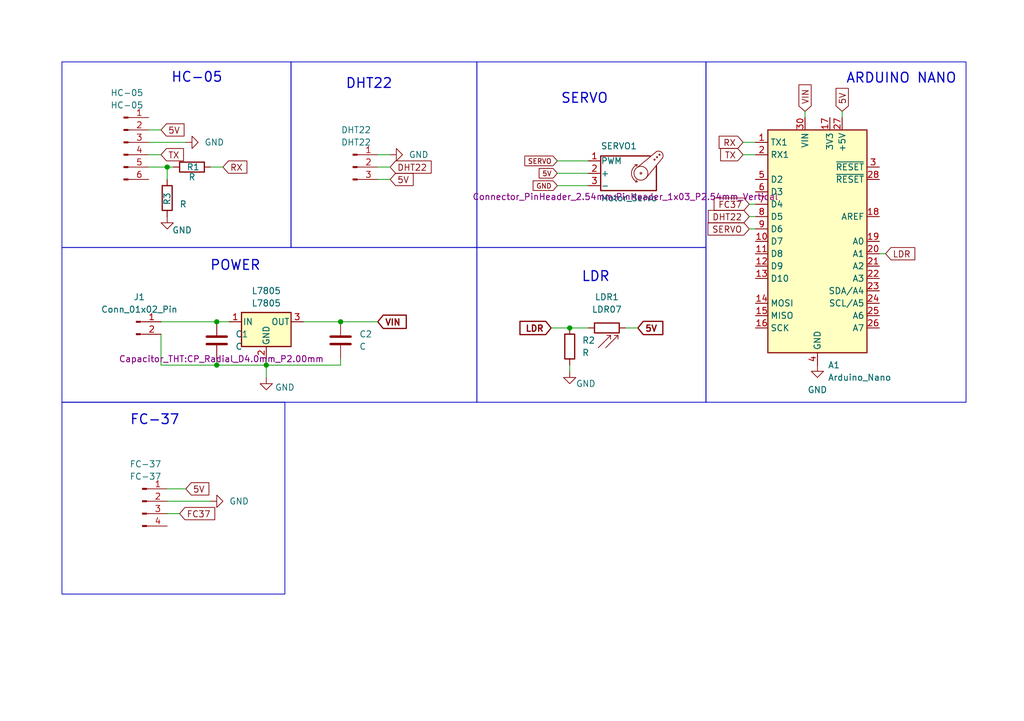
<source format=kicad_sch>
(kicad_sch
	(version 20250114)
	(generator "eeschema")
	(generator_version "9.0")
	(uuid "e3309b86-bf61-4474-8140-b80f31303f9f")
	(paper "A5")
	(title_block
		(title "SunSense Schematic")
		(company "Electronic Engineering Polytechnic Institute of Surabaya")
	)
	(lib_symbols
		(symbol "Connector:Conn_01x02_Pin"
			(pin_names
				(offset 1.016)
				(hide yes)
			)
			(exclude_from_sim no)
			(in_bom yes)
			(on_board yes)
			(property "Reference" "J"
				(at 0 2.54 0)
				(effects
					(font
						(size 1.27 1.27)
					)
				)
			)
			(property "Value" "Conn_01x02_Pin"
				(at 0 -5.08 0)
				(effects
					(font
						(size 1.27 1.27)
					)
				)
			)
			(property "Footprint" ""
				(at 0 0 0)
				(effects
					(font
						(size 1.27 1.27)
					)
					(hide yes)
				)
			)
			(property "Datasheet" "~"
				(at 0 0 0)
				(effects
					(font
						(size 1.27 1.27)
					)
					(hide yes)
				)
			)
			(property "Description" "Generic connector, single row, 01x02, script generated"
				(at 0 0 0)
				(effects
					(font
						(size 1.27 1.27)
					)
					(hide yes)
				)
			)
			(property "ki_locked" ""
				(at 0 0 0)
				(effects
					(font
						(size 1.27 1.27)
					)
				)
			)
			(property "ki_keywords" "connector"
				(at 0 0 0)
				(effects
					(font
						(size 1.27 1.27)
					)
					(hide yes)
				)
			)
			(property "ki_fp_filters" "Connector*:*_1x??_*"
				(at 0 0 0)
				(effects
					(font
						(size 1.27 1.27)
					)
					(hide yes)
				)
			)
			(symbol "Conn_01x02_Pin_1_1"
				(rectangle
					(start 0.8636 0.127)
					(end 0 -0.127)
					(stroke
						(width 0.1524)
						(type default)
					)
					(fill
						(type outline)
					)
				)
				(rectangle
					(start 0.8636 -2.413)
					(end 0 -2.667)
					(stroke
						(width 0.1524)
						(type default)
					)
					(fill
						(type outline)
					)
				)
				(polyline
					(pts
						(xy 1.27 0) (xy 0.8636 0)
					)
					(stroke
						(width 0.1524)
						(type default)
					)
					(fill
						(type none)
					)
				)
				(polyline
					(pts
						(xy 1.27 -2.54) (xy 0.8636 -2.54)
					)
					(stroke
						(width 0.1524)
						(type default)
					)
					(fill
						(type none)
					)
				)
				(pin passive line
					(at 5.08 0 180)
					(length 3.81)
					(name "Pin_1"
						(effects
							(font
								(size 1.27 1.27)
							)
						)
					)
					(number "1"
						(effects
							(font
								(size 1.27 1.27)
							)
						)
					)
				)
				(pin passive line
					(at 5.08 -2.54 180)
					(length 3.81)
					(name "Pin_2"
						(effects
							(font
								(size 1.27 1.27)
							)
						)
					)
					(number "2"
						(effects
							(font
								(size 1.27 1.27)
							)
						)
					)
				)
			)
			(embedded_fonts no)
		)
		(symbol "Connector:Conn_01x03_Pin"
			(pin_names
				(offset 1.016)
				(hide yes)
			)
			(exclude_from_sim no)
			(in_bom yes)
			(on_board yes)
			(property "Reference" "J"
				(at 0 5.08 0)
				(effects
					(font
						(size 1.27 1.27)
					)
				)
			)
			(property "Value" "Conn_01x03_Pin"
				(at 0 -5.08 0)
				(effects
					(font
						(size 1.27 1.27)
					)
				)
			)
			(property "Footprint" ""
				(at 0 0 0)
				(effects
					(font
						(size 1.27 1.27)
					)
					(hide yes)
				)
			)
			(property "Datasheet" "~"
				(at 0 0 0)
				(effects
					(font
						(size 1.27 1.27)
					)
					(hide yes)
				)
			)
			(property "Description" "Generic connector, single row, 01x03, script generated"
				(at 0 0 0)
				(effects
					(font
						(size 1.27 1.27)
					)
					(hide yes)
				)
			)
			(property "ki_locked" ""
				(at 0 0 0)
				(effects
					(font
						(size 1.27 1.27)
					)
				)
			)
			(property "ki_keywords" "connector"
				(at 0 0 0)
				(effects
					(font
						(size 1.27 1.27)
					)
					(hide yes)
				)
			)
			(property "ki_fp_filters" "Connector*:*_1x??_*"
				(at 0 0 0)
				(effects
					(font
						(size 1.27 1.27)
					)
					(hide yes)
				)
			)
			(symbol "Conn_01x03_Pin_1_1"
				(rectangle
					(start 0.8636 2.667)
					(end 0 2.413)
					(stroke
						(width 0.1524)
						(type default)
					)
					(fill
						(type outline)
					)
				)
				(rectangle
					(start 0.8636 0.127)
					(end 0 -0.127)
					(stroke
						(width 0.1524)
						(type default)
					)
					(fill
						(type outline)
					)
				)
				(rectangle
					(start 0.8636 -2.413)
					(end 0 -2.667)
					(stroke
						(width 0.1524)
						(type default)
					)
					(fill
						(type outline)
					)
				)
				(polyline
					(pts
						(xy 1.27 2.54) (xy 0.8636 2.54)
					)
					(stroke
						(width 0.1524)
						(type default)
					)
					(fill
						(type none)
					)
				)
				(polyline
					(pts
						(xy 1.27 0) (xy 0.8636 0)
					)
					(stroke
						(width 0.1524)
						(type default)
					)
					(fill
						(type none)
					)
				)
				(polyline
					(pts
						(xy 1.27 -2.54) (xy 0.8636 -2.54)
					)
					(stroke
						(width 0.1524)
						(type default)
					)
					(fill
						(type none)
					)
				)
				(pin passive line
					(at 5.08 2.54 180)
					(length 3.81)
					(name "Pin_1"
						(effects
							(font
								(size 1.27 1.27)
							)
						)
					)
					(number "1"
						(effects
							(font
								(size 1.27 1.27)
							)
						)
					)
				)
				(pin passive line
					(at 5.08 0 180)
					(length 3.81)
					(name "Pin_2"
						(effects
							(font
								(size 1.27 1.27)
							)
						)
					)
					(number "2"
						(effects
							(font
								(size 1.27 1.27)
							)
						)
					)
				)
				(pin passive line
					(at 5.08 -2.54 180)
					(length 3.81)
					(name "Pin_3"
						(effects
							(font
								(size 1.27 1.27)
							)
						)
					)
					(number "3"
						(effects
							(font
								(size 1.27 1.27)
							)
						)
					)
				)
			)
			(embedded_fonts no)
		)
		(symbol "Connector:Conn_01x04_Pin"
			(pin_names
				(offset 1.016)
				(hide yes)
			)
			(exclude_from_sim no)
			(in_bom yes)
			(on_board yes)
			(property "Reference" "J"
				(at 0 5.08 0)
				(effects
					(font
						(size 1.27 1.27)
					)
				)
			)
			(property "Value" "Conn_01x04_Pin"
				(at 0 -7.62 0)
				(effects
					(font
						(size 1.27 1.27)
					)
				)
			)
			(property "Footprint" ""
				(at 0 0 0)
				(effects
					(font
						(size 1.27 1.27)
					)
					(hide yes)
				)
			)
			(property "Datasheet" "~"
				(at 0 0 0)
				(effects
					(font
						(size 1.27 1.27)
					)
					(hide yes)
				)
			)
			(property "Description" "Generic connector, single row, 01x04, script generated"
				(at 0 0 0)
				(effects
					(font
						(size 1.27 1.27)
					)
					(hide yes)
				)
			)
			(property "ki_locked" ""
				(at 0 0 0)
				(effects
					(font
						(size 1.27 1.27)
					)
				)
			)
			(property "ki_keywords" "connector"
				(at 0 0 0)
				(effects
					(font
						(size 1.27 1.27)
					)
					(hide yes)
				)
			)
			(property "ki_fp_filters" "Connector*:*_1x??_*"
				(at 0 0 0)
				(effects
					(font
						(size 1.27 1.27)
					)
					(hide yes)
				)
			)
			(symbol "Conn_01x04_Pin_1_1"
				(rectangle
					(start 0.8636 2.667)
					(end 0 2.413)
					(stroke
						(width 0.1524)
						(type default)
					)
					(fill
						(type outline)
					)
				)
				(rectangle
					(start 0.8636 0.127)
					(end 0 -0.127)
					(stroke
						(width 0.1524)
						(type default)
					)
					(fill
						(type outline)
					)
				)
				(rectangle
					(start 0.8636 -2.413)
					(end 0 -2.667)
					(stroke
						(width 0.1524)
						(type default)
					)
					(fill
						(type outline)
					)
				)
				(rectangle
					(start 0.8636 -4.953)
					(end 0 -5.207)
					(stroke
						(width 0.1524)
						(type default)
					)
					(fill
						(type outline)
					)
				)
				(polyline
					(pts
						(xy 1.27 2.54) (xy 0.8636 2.54)
					)
					(stroke
						(width 0.1524)
						(type default)
					)
					(fill
						(type none)
					)
				)
				(polyline
					(pts
						(xy 1.27 0) (xy 0.8636 0)
					)
					(stroke
						(width 0.1524)
						(type default)
					)
					(fill
						(type none)
					)
				)
				(polyline
					(pts
						(xy 1.27 -2.54) (xy 0.8636 -2.54)
					)
					(stroke
						(width 0.1524)
						(type default)
					)
					(fill
						(type none)
					)
				)
				(polyline
					(pts
						(xy 1.27 -5.08) (xy 0.8636 -5.08)
					)
					(stroke
						(width 0.1524)
						(type default)
					)
					(fill
						(type none)
					)
				)
				(pin passive line
					(at 5.08 2.54 180)
					(length 3.81)
					(name "Pin_1"
						(effects
							(font
								(size 1.27 1.27)
							)
						)
					)
					(number "1"
						(effects
							(font
								(size 1.27 1.27)
							)
						)
					)
				)
				(pin passive line
					(at 5.08 0 180)
					(length 3.81)
					(name "Pin_2"
						(effects
							(font
								(size 1.27 1.27)
							)
						)
					)
					(number "2"
						(effects
							(font
								(size 1.27 1.27)
							)
						)
					)
				)
				(pin passive line
					(at 5.08 -2.54 180)
					(length 3.81)
					(name "Pin_3"
						(effects
							(font
								(size 1.27 1.27)
							)
						)
					)
					(number "3"
						(effects
							(font
								(size 1.27 1.27)
							)
						)
					)
				)
				(pin passive line
					(at 5.08 -5.08 180)
					(length 3.81)
					(name "Pin_4"
						(effects
							(font
								(size 1.27 1.27)
							)
						)
					)
					(number "4"
						(effects
							(font
								(size 1.27 1.27)
							)
						)
					)
				)
			)
			(embedded_fonts no)
		)
		(symbol "Connector:Conn_01x06_Pin"
			(pin_names
				(offset 1.016)
				(hide yes)
			)
			(exclude_from_sim no)
			(in_bom yes)
			(on_board yes)
			(property "Reference" "J"
				(at 0 7.62 0)
				(effects
					(font
						(size 1.27 1.27)
					)
				)
			)
			(property "Value" "Conn_01x06_Pin"
				(at 0 -10.16 0)
				(effects
					(font
						(size 1.27 1.27)
					)
				)
			)
			(property "Footprint" ""
				(at 0 0 0)
				(effects
					(font
						(size 1.27 1.27)
					)
					(hide yes)
				)
			)
			(property "Datasheet" "~"
				(at 0 0 0)
				(effects
					(font
						(size 1.27 1.27)
					)
					(hide yes)
				)
			)
			(property "Description" "Generic connector, single row, 01x06, script generated"
				(at 0 0 0)
				(effects
					(font
						(size 1.27 1.27)
					)
					(hide yes)
				)
			)
			(property "ki_locked" ""
				(at 0 0 0)
				(effects
					(font
						(size 1.27 1.27)
					)
				)
			)
			(property "ki_keywords" "connector"
				(at 0 0 0)
				(effects
					(font
						(size 1.27 1.27)
					)
					(hide yes)
				)
			)
			(property "ki_fp_filters" "Connector*:*_1x??_*"
				(at 0 0 0)
				(effects
					(font
						(size 1.27 1.27)
					)
					(hide yes)
				)
			)
			(symbol "Conn_01x06_Pin_1_1"
				(rectangle
					(start 0.8636 5.207)
					(end 0 4.953)
					(stroke
						(width 0.1524)
						(type default)
					)
					(fill
						(type outline)
					)
				)
				(rectangle
					(start 0.8636 2.667)
					(end 0 2.413)
					(stroke
						(width 0.1524)
						(type default)
					)
					(fill
						(type outline)
					)
				)
				(rectangle
					(start 0.8636 0.127)
					(end 0 -0.127)
					(stroke
						(width 0.1524)
						(type default)
					)
					(fill
						(type outline)
					)
				)
				(rectangle
					(start 0.8636 -2.413)
					(end 0 -2.667)
					(stroke
						(width 0.1524)
						(type default)
					)
					(fill
						(type outline)
					)
				)
				(rectangle
					(start 0.8636 -4.953)
					(end 0 -5.207)
					(stroke
						(width 0.1524)
						(type default)
					)
					(fill
						(type outline)
					)
				)
				(rectangle
					(start 0.8636 -7.493)
					(end 0 -7.747)
					(stroke
						(width 0.1524)
						(type default)
					)
					(fill
						(type outline)
					)
				)
				(polyline
					(pts
						(xy 1.27 5.08) (xy 0.8636 5.08)
					)
					(stroke
						(width 0.1524)
						(type default)
					)
					(fill
						(type none)
					)
				)
				(polyline
					(pts
						(xy 1.27 2.54) (xy 0.8636 2.54)
					)
					(stroke
						(width 0.1524)
						(type default)
					)
					(fill
						(type none)
					)
				)
				(polyline
					(pts
						(xy 1.27 0) (xy 0.8636 0)
					)
					(stroke
						(width 0.1524)
						(type default)
					)
					(fill
						(type none)
					)
				)
				(polyline
					(pts
						(xy 1.27 -2.54) (xy 0.8636 -2.54)
					)
					(stroke
						(width 0.1524)
						(type default)
					)
					(fill
						(type none)
					)
				)
				(polyline
					(pts
						(xy 1.27 -5.08) (xy 0.8636 -5.08)
					)
					(stroke
						(width 0.1524)
						(type default)
					)
					(fill
						(type none)
					)
				)
				(polyline
					(pts
						(xy 1.27 -7.62) (xy 0.8636 -7.62)
					)
					(stroke
						(width 0.1524)
						(type default)
					)
					(fill
						(type none)
					)
				)
				(pin passive line
					(at 5.08 5.08 180)
					(length 3.81)
					(name "Pin_1"
						(effects
							(font
								(size 1.27 1.27)
							)
						)
					)
					(number "1"
						(effects
							(font
								(size 1.27 1.27)
							)
						)
					)
				)
				(pin passive line
					(at 5.08 2.54 180)
					(length 3.81)
					(name "Pin_2"
						(effects
							(font
								(size 1.27 1.27)
							)
						)
					)
					(number "2"
						(effects
							(font
								(size 1.27 1.27)
							)
						)
					)
				)
				(pin passive line
					(at 5.08 0 180)
					(length 3.81)
					(name "Pin_3"
						(effects
							(font
								(size 1.27 1.27)
							)
						)
					)
					(number "3"
						(effects
							(font
								(size 1.27 1.27)
							)
						)
					)
				)
				(pin passive line
					(at 5.08 -2.54 180)
					(length 3.81)
					(name "Pin_4"
						(effects
							(font
								(size 1.27 1.27)
							)
						)
					)
					(number "4"
						(effects
							(font
								(size 1.27 1.27)
							)
						)
					)
				)
				(pin passive line
					(at 5.08 -5.08 180)
					(length 3.81)
					(name "Pin_5"
						(effects
							(font
								(size 1.27 1.27)
							)
						)
					)
					(number "5"
						(effects
							(font
								(size 1.27 1.27)
							)
						)
					)
				)
				(pin passive line
					(at 5.08 -7.62 180)
					(length 3.81)
					(name "Pin_6"
						(effects
							(font
								(size 1.27 1.27)
							)
						)
					)
					(number "6"
						(effects
							(font
								(size 1.27 1.27)
							)
						)
					)
				)
			)
			(embedded_fonts no)
		)
		(symbol "Device:C"
			(pin_numbers
				(hide yes)
			)
			(pin_names
				(offset 0.254)
			)
			(exclude_from_sim no)
			(in_bom yes)
			(on_board yes)
			(property "Reference" "C"
				(at 0.635 2.54 0)
				(effects
					(font
						(size 1.27 1.27)
					)
					(justify left)
				)
			)
			(property "Value" "C"
				(at 0.635 -2.54 0)
				(effects
					(font
						(size 1.27 1.27)
					)
					(justify left)
				)
			)
			(property "Footprint" ""
				(at 0.9652 -3.81 0)
				(effects
					(font
						(size 1.27 1.27)
					)
					(hide yes)
				)
			)
			(property "Datasheet" "~"
				(at 0 0 0)
				(effects
					(font
						(size 1.27 1.27)
					)
					(hide yes)
				)
			)
			(property "Description" "Unpolarized capacitor"
				(at 0 0 0)
				(effects
					(font
						(size 1.27 1.27)
					)
					(hide yes)
				)
			)
			(property "ki_keywords" "cap capacitor"
				(at 0 0 0)
				(effects
					(font
						(size 1.27 1.27)
					)
					(hide yes)
				)
			)
			(property "ki_fp_filters" "C_*"
				(at 0 0 0)
				(effects
					(font
						(size 1.27 1.27)
					)
					(hide yes)
				)
			)
			(symbol "C_0_1"
				(polyline
					(pts
						(xy -2.032 0.762) (xy 2.032 0.762)
					)
					(stroke
						(width 0.508)
						(type default)
					)
					(fill
						(type none)
					)
				)
				(polyline
					(pts
						(xy -2.032 -0.762) (xy 2.032 -0.762)
					)
					(stroke
						(width 0.508)
						(type default)
					)
					(fill
						(type none)
					)
				)
			)
			(symbol "C_1_1"
				(pin passive line
					(at 0 3.81 270)
					(length 2.794)
					(name "~"
						(effects
							(font
								(size 1.27 1.27)
							)
						)
					)
					(number "1"
						(effects
							(font
								(size 1.27 1.27)
							)
						)
					)
				)
				(pin passive line
					(at 0 -3.81 90)
					(length 2.794)
					(name "~"
						(effects
							(font
								(size 1.27 1.27)
							)
						)
					)
					(number "2"
						(effects
							(font
								(size 1.27 1.27)
							)
						)
					)
				)
			)
			(embedded_fonts no)
		)
		(symbol "Device:R"
			(pin_numbers
				(hide yes)
			)
			(pin_names
				(offset 0)
			)
			(exclude_from_sim no)
			(in_bom yes)
			(on_board yes)
			(property "Reference" "R"
				(at 2.032 0 90)
				(effects
					(font
						(size 1.27 1.27)
					)
				)
			)
			(property "Value" "R"
				(at 0 0 90)
				(effects
					(font
						(size 1.27 1.27)
					)
				)
			)
			(property "Footprint" ""
				(at -1.778 0 90)
				(effects
					(font
						(size 1.27 1.27)
					)
					(hide yes)
				)
			)
			(property "Datasheet" "~"
				(at 0 0 0)
				(effects
					(font
						(size 1.27 1.27)
					)
					(hide yes)
				)
			)
			(property "Description" "Resistor"
				(at 0 0 0)
				(effects
					(font
						(size 1.27 1.27)
					)
					(hide yes)
				)
			)
			(property "ki_keywords" "R res resistor"
				(at 0 0 0)
				(effects
					(font
						(size 1.27 1.27)
					)
					(hide yes)
				)
			)
			(property "ki_fp_filters" "R_*"
				(at 0 0 0)
				(effects
					(font
						(size 1.27 1.27)
					)
					(hide yes)
				)
			)
			(symbol "R_0_1"
				(rectangle
					(start -1.016 -2.54)
					(end 1.016 2.54)
					(stroke
						(width 0.254)
						(type default)
					)
					(fill
						(type none)
					)
				)
			)
			(symbol "R_1_1"
				(pin passive line
					(at 0 3.81 270)
					(length 1.27)
					(name "~"
						(effects
							(font
								(size 1.27 1.27)
							)
						)
					)
					(number "1"
						(effects
							(font
								(size 1.27 1.27)
							)
						)
					)
				)
				(pin passive line
					(at 0 -3.81 90)
					(length 1.27)
					(name "~"
						(effects
							(font
								(size 1.27 1.27)
							)
						)
					)
					(number "2"
						(effects
							(font
								(size 1.27 1.27)
							)
						)
					)
				)
			)
			(embedded_fonts no)
		)
		(symbol "MCU_Module:Arduino_Nano_Every"
			(exclude_from_sim no)
			(in_bom yes)
			(on_board yes)
			(property "Reference" "A"
				(at -10.16 23.495 0)
				(effects
					(font
						(size 1.27 1.27)
					)
					(justify left bottom)
				)
			)
			(property "Value" "Arduino_Nano_Every"
				(at 5.08 -24.13 0)
				(effects
					(font
						(size 1.27 1.27)
					)
					(justify left top)
				)
			)
			(property "Footprint" "Module:Arduino_Nano"
				(at 0 0 0)
				(effects
					(font
						(size 1.27 1.27)
						(italic yes)
					)
					(hide yes)
				)
			)
			(property "Datasheet" "https://content.arduino.cc/assets/NANOEveryV3.0_sch.pdf"
				(at 0 0 0)
				(effects
					(font
						(size 1.27 1.27)
					)
					(hide yes)
				)
			)
			(property "Description" "Arduino Nano Every"
				(at 0 0 0)
				(effects
					(font
						(size 1.27 1.27)
					)
					(hide yes)
				)
			)
			(property "ki_keywords" "Arduino nano microcontroller module USB UPDI AATMega4809 AVR"
				(at 0 0 0)
				(effects
					(font
						(size 1.27 1.27)
					)
					(hide yes)
				)
			)
			(property "ki_fp_filters" "Arduino*Nano*"
				(at 0 0 0)
				(effects
					(font
						(size 1.27 1.27)
					)
					(hide yes)
				)
			)
			(symbol "Arduino_Nano_Every_0_1"
				(rectangle
					(start -10.16 22.86)
					(end 10.16 -22.86)
					(stroke
						(width 0.254)
						(type default)
					)
					(fill
						(type background)
					)
				)
			)
			(symbol "Arduino_Nano_Every_1_1"
				(pin bidirectional line
					(at -12.7 20.32 0)
					(length 2.54)
					(name "TX1"
						(effects
							(font
								(size 1.27 1.27)
							)
						)
					)
					(number "1"
						(effects
							(font
								(size 1.27 1.27)
							)
						)
					)
				)
				(pin bidirectional line
					(at -12.7 17.78 0)
					(length 2.54)
					(name "RX1"
						(effects
							(font
								(size 1.27 1.27)
							)
						)
					)
					(number "2"
						(effects
							(font
								(size 1.27 1.27)
							)
						)
					)
				)
				(pin bidirectional line
					(at -12.7 12.7 0)
					(length 2.54)
					(name "D2"
						(effects
							(font
								(size 1.27 1.27)
							)
						)
					)
					(number "5"
						(effects
							(font
								(size 1.27 1.27)
							)
						)
					)
				)
				(pin bidirectional line
					(at -12.7 10.16 0)
					(length 2.54)
					(name "D3"
						(effects
							(font
								(size 1.27 1.27)
							)
						)
					)
					(number "6"
						(effects
							(font
								(size 1.27 1.27)
							)
						)
					)
				)
				(pin bidirectional line
					(at -12.7 7.62 0)
					(length 2.54)
					(name "D4"
						(effects
							(font
								(size 1.27 1.27)
							)
						)
					)
					(number "7"
						(effects
							(font
								(size 1.27 1.27)
							)
						)
					)
				)
				(pin bidirectional line
					(at -12.7 5.08 0)
					(length 2.54)
					(name "D5"
						(effects
							(font
								(size 1.27 1.27)
							)
						)
					)
					(number "8"
						(effects
							(font
								(size 1.27 1.27)
							)
						)
					)
				)
				(pin bidirectional line
					(at -12.7 2.54 0)
					(length 2.54)
					(name "D6"
						(effects
							(font
								(size 1.27 1.27)
							)
						)
					)
					(number "9"
						(effects
							(font
								(size 1.27 1.27)
							)
						)
					)
				)
				(pin bidirectional line
					(at -12.7 0 0)
					(length 2.54)
					(name "D7"
						(effects
							(font
								(size 1.27 1.27)
							)
						)
					)
					(number "10"
						(effects
							(font
								(size 1.27 1.27)
							)
						)
					)
				)
				(pin bidirectional line
					(at -12.7 -2.54 0)
					(length 2.54)
					(name "D8"
						(effects
							(font
								(size 1.27 1.27)
							)
						)
					)
					(number "11"
						(effects
							(font
								(size 1.27 1.27)
							)
						)
					)
				)
				(pin bidirectional line
					(at -12.7 -5.08 0)
					(length 2.54)
					(name "D9"
						(effects
							(font
								(size 1.27 1.27)
							)
						)
					)
					(number "12"
						(effects
							(font
								(size 1.27 1.27)
							)
						)
					)
				)
				(pin bidirectional line
					(at -12.7 -7.62 0)
					(length 2.54)
					(name "D10"
						(effects
							(font
								(size 1.27 1.27)
							)
						)
					)
					(number "13"
						(effects
							(font
								(size 1.27 1.27)
							)
						)
					)
				)
				(pin bidirectional line
					(at -12.7 -12.7 0)
					(length 2.54)
					(name "MOSI"
						(effects
							(font
								(size 1.27 1.27)
							)
						)
					)
					(number "14"
						(effects
							(font
								(size 1.27 1.27)
							)
						)
					)
				)
				(pin bidirectional line
					(at -12.7 -15.24 0)
					(length 2.54)
					(name "MISO"
						(effects
							(font
								(size 1.27 1.27)
							)
						)
					)
					(number "15"
						(effects
							(font
								(size 1.27 1.27)
							)
						)
					)
				)
				(pin bidirectional line
					(at -12.7 -17.78 0)
					(length 2.54)
					(name "SCK"
						(effects
							(font
								(size 1.27 1.27)
							)
						)
					)
					(number "16"
						(effects
							(font
								(size 1.27 1.27)
							)
						)
					)
				)
				(pin power_in line
					(at -2.54 25.4 270)
					(length 2.54)
					(name "VIN"
						(effects
							(font
								(size 1.27 1.27)
							)
						)
					)
					(number "30"
						(effects
							(font
								(size 1.27 1.27)
							)
						)
					)
				)
				(pin passive line
					(at 0 -25.4 90)
					(length 2.54)
					(hide yes)
					(name "GND"
						(effects
							(font
								(size 1.27 1.27)
							)
						)
					)
					(number "29"
						(effects
							(font
								(size 1.27 1.27)
							)
						)
					)
				)
				(pin power_in line
					(at 0 -25.4 90)
					(length 2.54)
					(name "GND"
						(effects
							(font
								(size 1.27 1.27)
							)
						)
					)
					(number "4"
						(effects
							(font
								(size 1.27 1.27)
							)
						)
					)
				)
				(pin power_out line
					(at 2.54 25.4 270)
					(length 2.54)
					(name "3V3"
						(effects
							(font
								(size 1.27 1.27)
							)
						)
					)
					(number "17"
						(effects
							(font
								(size 1.27 1.27)
							)
						)
					)
				)
				(pin power_out line
					(at 5.08 25.4 270)
					(length 2.54)
					(name "+5V"
						(effects
							(font
								(size 1.27 1.27)
							)
						)
					)
					(number "27"
						(effects
							(font
								(size 1.27 1.27)
							)
						)
					)
				)
				(pin input line
					(at 12.7 15.24 180)
					(length 2.54)
					(name "~{RESET}"
						(effects
							(font
								(size 1.27 1.27)
							)
						)
					)
					(number "3"
						(effects
							(font
								(size 1.27 1.27)
							)
						)
					)
				)
				(pin input line
					(at 12.7 12.7 180)
					(length 2.54)
					(name "~{RESET}"
						(effects
							(font
								(size 1.27 1.27)
							)
						)
					)
					(number "28"
						(effects
							(font
								(size 1.27 1.27)
							)
						)
					)
				)
				(pin input line
					(at 12.7 5.08 180)
					(length 2.54)
					(name "AREF"
						(effects
							(font
								(size 1.27 1.27)
							)
						)
					)
					(number "18"
						(effects
							(font
								(size 1.27 1.27)
							)
						)
					)
				)
				(pin bidirectional line
					(at 12.7 0 180)
					(length 2.54)
					(name "A0"
						(effects
							(font
								(size 1.27 1.27)
							)
						)
					)
					(number "19"
						(effects
							(font
								(size 1.27 1.27)
							)
						)
					)
				)
				(pin bidirectional line
					(at 12.7 -2.54 180)
					(length 2.54)
					(name "A1"
						(effects
							(font
								(size 1.27 1.27)
							)
						)
					)
					(number "20"
						(effects
							(font
								(size 1.27 1.27)
							)
						)
					)
				)
				(pin bidirectional line
					(at 12.7 -5.08 180)
					(length 2.54)
					(name "A2"
						(effects
							(font
								(size 1.27 1.27)
							)
						)
					)
					(number "21"
						(effects
							(font
								(size 1.27 1.27)
							)
						)
					)
				)
				(pin bidirectional line
					(at 12.7 -7.62 180)
					(length 2.54)
					(name "A3"
						(effects
							(font
								(size 1.27 1.27)
							)
						)
					)
					(number "22"
						(effects
							(font
								(size 1.27 1.27)
							)
						)
					)
				)
				(pin bidirectional line
					(at 12.7 -10.16 180)
					(length 2.54)
					(name "SDA/A4"
						(effects
							(font
								(size 1.27 1.27)
							)
						)
					)
					(number "23"
						(effects
							(font
								(size 1.27 1.27)
							)
						)
					)
				)
				(pin bidirectional line
					(at 12.7 -12.7 180)
					(length 2.54)
					(name "SCL/A5"
						(effects
							(font
								(size 1.27 1.27)
							)
						)
					)
					(number "24"
						(effects
							(font
								(size 1.27 1.27)
							)
						)
					)
				)
				(pin bidirectional line
					(at 12.7 -15.24 180)
					(length 2.54)
					(name "A6"
						(effects
							(font
								(size 1.27 1.27)
							)
						)
					)
					(number "25"
						(effects
							(font
								(size 1.27 1.27)
							)
						)
					)
				)
				(pin bidirectional line
					(at 12.7 -17.78 180)
					(length 2.54)
					(name "A7"
						(effects
							(font
								(size 1.27 1.27)
							)
						)
					)
					(number "26"
						(effects
							(font
								(size 1.27 1.27)
							)
						)
					)
				)
			)
			(embedded_fonts no)
		)
		(symbol "Motor:Motor_Servo"
			(pin_names
				(offset 0.0254)
			)
			(exclude_from_sim no)
			(in_bom yes)
			(on_board yes)
			(property "Reference" "M"
				(at -5.08 4.445 0)
				(effects
					(font
						(size 1.27 1.27)
					)
					(justify left)
				)
			)
			(property "Value" "Motor_Servo"
				(at -5.08 -4.064 0)
				(effects
					(font
						(size 1.27 1.27)
					)
					(justify left top)
				)
			)
			(property "Footprint" ""
				(at 0 -4.826 0)
				(effects
					(font
						(size 1.27 1.27)
					)
					(hide yes)
				)
			)
			(property "Datasheet" "http://forums.parallax.com/uploads/attachments/46831/74481.png"
				(at 0 -4.826 0)
				(effects
					(font
						(size 1.27 1.27)
					)
					(hide yes)
				)
			)
			(property "Description" "Servo Motor (Futaba, HiTec, JR connector)"
				(at 0 0 0)
				(effects
					(font
						(size 1.27 1.27)
					)
					(hide yes)
				)
			)
			(property "ki_keywords" "Servo Motor"
				(at 0 0 0)
				(effects
					(font
						(size 1.27 1.27)
					)
					(hide yes)
				)
			)
			(property "ki_fp_filters" "PinHeader*P2.54mm*"
				(at 0 0 0)
				(effects
					(font
						(size 1.27 1.27)
					)
					(hide yes)
				)
			)
			(symbol "Motor_Servo_0_1"
				(polyline
					(pts
						(xy 2.413 1.778) (xy 1.905 1.778)
					)
					(stroke
						(width 0)
						(type default)
					)
					(fill
						(type none)
					)
				)
				(polyline
					(pts
						(xy 2.413 1.778) (xy 2.286 1.397)
					)
					(stroke
						(width 0)
						(type default)
					)
					(fill
						(type none)
					)
				)
				(polyline
					(pts
						(xy 2.413 -1.778) (xy 2.032 -1.778)
					)
					(stroke
						(width 0)
						(type default)
					)
					(fill
						(type none)
					)
				)
				(polyline
					(pts
						(xy 2.413 -1.778) (xy 2.286 -1.397)
					)
					(stroke
						(width 0)
						(type default)
					)
					(fill
						(type none)
					)
				)
				(arc
					(start 2.413 -1.778)
					(mid 1.2406 0)
					(end 2.413 1.778)
					(stroke
						(width 0)
						(type default)
					)
					(fill
						(type none)
					)
				)
				(circle
					(center 3.175 0)
					(radius 0.1778)
					(stroke
						(width 0)
						(type default)
					)
					(fill
						(type none)
					)
				)
				(circle
					(center 3.175 0)
					(radius 1.4224)
					(stroke
						(width 0)
						(type default)
					)
					(fill
						(type none)
					)
				)
				(polyline
					(pts
						(xy 5.08 3.556) (xy -5.08 3.556) (xy -5.08 -3.556) (xy 6.35 -3.556) (xy 6.35 1.524)
					)
					(stroke
						(width 0.254)
						(type default)
					)
					(fill
						(type none)
					)
				)
				(circle
					(center 5.969 2.794)
					(radius 0.127)
					(stroke
						(width 0)
						(type default)
					)
					(fill
						(type none)
					)
				)
				(polyline
					(pts
						(xy 6.35 4.445) (xy 2.54 1.27)
					)
					(stroke
						(width 0)
						(type default)
					)
					(fill
						(type none)
					)
				)
				(circle
					(center 6.477 3.302)
					(radius 0.127)
					(stroke
						(width 0)
						(type default)
					)
					(fill
						(type none)
					)
				)
				(arc
					(start 6.35 4.445)
					(mid 7.4487 4.2737)
					(end 7.62 3.175)
					(stroke
						(width 0)
						(type default)
					)
					(fill
						(type none)
					)
				)
				(circle
					(center 6.985 3.81)
					(radius 0.127)
					(stroke
						(width 0)
						(type default)
					)
					(fill
						(type none)
					)
				)
				(polyline
					(pts
						(xy 7.62 3.175) (xy 4.191 -1.016)
					)
					(stroke
						(width 0)
						(type default)
					)
					(fill
						(type none)
					)
				)
			)
			(symbol "Motor_Servo_1_1"
				(pin passive line
					(at -7.62 2.54 0)
					(length 2.54)
					(name "PWM"
						(effects
							(font
								(size 1.27 1.27)
							)
						)
					)
					(number "1"
						(effects
							(font
								(size 1.27 1.27)
							)
						)
					)
				)
				(pin passive line
					(at -7.62 0 0)
					(length 2.54)
					(name "+"
						(effects
							(font
								(size 1.27 1.27)
							)
						)
					)
					(number "2"
						(effects
							(font
								(size 1.27 1.27)
							)
						)
					)
				)
				(pin passive line
					(at -7.62 -2.54 0)
					(length 2.54)
					(name "-"
						(effects
							(font
								(size 1.27 1.27)
							)
						)
					)
					(number "3"
						(effects
							(font
								(size 1.27 1.27)
							)
						)
					)
				)
			)
			(embedded_fonts no)
		)
		(symbol "Regulator_Linear:L7805"
			(pin_names
				(offset 0.254)
			)
			(exclude_from_sim no)
			(in_bom yes)
			(on_board yes)
			(property "Reference" "U"
				(at -3.81 3.175 0)
				(effects
					(font
						(size 1.27 1.27)
					)
				)
			)
			(property "Value" "L7805"
				(at 0 3.175 0)
				(effects
					(font
						(size 1.27 1.27)
					)
					(justify left)
				)
			)
			(property "Footprint" ""
				(at 0.635 -3.81 0)
				(effects
					(font
						(size 1.27 1.27)
						(italic yes)
					)
					(justify left)
					(hide yes)
				)
			)
			(property "Datasheet" "http://www.st.com/content/ccc/resource/technical/document/datasheet/41/4f/b3/b0/12/d4/47/88/CD00000444.pdf/files/CD00000444.pdf/jcr:content/translations/en.CD00000444.pdf"
				(at 0 -1.27 0)
				(effects
					(font
						(size 1.27 1.27)
					)
					(hide yes)
				)
			)
			(property "Description" "Positive 1.5A 35V Linear Regulator, Fixed Output 5V, TO-220/TO-263/TO-252"
				(at 0 0 0)
				(effects
					(font
						(size 1.27 1.27)
					)
					(hide yes)
				)
			)
			(property "ki_keywords" "Voltage Regulator 1.5A Positive"
				(at 0 0 0)
				(effects
					(font
						(size 1.27 1.27)
					)
					(hide yes)
				)
			)
			(property "ki_fp_filters" "TO?252* TO?263* TO?220*"
				(at 0 0 0)
				(effects
					(font
						(size 1.27 1.27)
					)
					(hide yes)
				)
			)
			(symbol "L7805_0_1"
				(rectangle
					(start -5.08 1.905)
					(end 5.08 -5.08)
					(stroke
						(width 0.254)
						(type default)
					)
					(fill
						(type background)
					)
				)
			)
			(symbol "L7805_1_1"
				(pin power_in line
					(at -7.62 0 0)
					(length 2.54)
					(name "IN"
						(effects
							(font
								(size 1.27 1.27)
							)
						)
					)
					(number "1"
						(effects
							(font
								(size 1.27 1.27)
							)
						)
					)
				)
				(pin power_in line
					(at 0 -7.62 90)
					(length 2.54)
					(name "GND"
						(effects
							(font
								(size 1.27 1.27)
							)
						)
					)
					(number "2"
						(effects
							(font
								(size 1.27 1.27)
							)
						)
					)
				)
				(pin power_out line
					(at 7.62 0 180)
					(length 2.54)
					(name "OUT"
						(effects
							(font
								(size 1.27 1.27)
							)
						)
					)
					(number "3"
						(effects
							(font
								(size 1.27 1.27)
							)
						)
					)
				)
			)
			(embedded_fonts no)
		)
		(symbol "Sensor_Optical:LDR07"
			(pin_numbers
				(hide yes)
			)
			(pin_names
				(offset 0)
			)
			(exclude_from_sim no)
			(in_bom yes)
			(on_board yes)
			(property "Reference" "R"
				(at -5.08 0 90)
				(effects
					(font
						(size 1.27 1.27)
					)
				)
			)
			(property "Value" "LDR07"
				(at 1.905 0 90)
				(effects
					(font
						(size 1.27 1.27)
					)
					(justify top)
				)
			)
			(property "Footprint" "OptoDevice:R_LDR_5.1x4.3mm_P3.4mm_Vertical"
				(at 4.445 0 90)
				(effects
					(font
						(size 1.27 1.27)
					)
					(hide yes)
				)
			)
			(property "Datasheet" "http://www.tme.eu/de/Document/f2e3ad76a925811312d226c31da4cd7e/LDR07.pdf"
				(at 0 -1.27 0)
				(effects
					(font
						(size 1.27 1.27)
					)
					(hide yes)
				)
			)
			(property "Description" "light dependent resistor"
				(at 0 0 0)
				(effects
					(font
						(size 1.27 1.27)
					)
					(hide yes)
				)
			)
			(property "ki_keywords" "light dependent photo resistor LDR"
				(at 0 0 0)
				(effects
					(font
						(size 1.27 1.27)
					)
					(hide yes)
				)
			)
			(property "ki_fp_filters" "R*LDR*5.1x4.3mm*P3.4mm*"
				(at 0 0 0)
				(effects
					(font
						(size 1.27 1.27)
					)
					(hide yes)
				)
			)
			(symbol "LDR07_0_1"
				(polyline
					(pts
						(xy -1.524 -0.762) (xy -4.064 1.778)
					)
					(stroke
						(width 0)
						(type default)
					)
					(fill
						(type none)
					)
				)
				(polyline
					(pts
						(xy -1.524 -0.762) (xy -2.286 -0.762)
					)
					(stroke
						(width 0)
						(type default)
					)
					(fill
						(type none)
					)
				)
				(polyline
					(pts
						(xy -1.524 -0.762) (xy -1.524 0)
					)
					(stroke
						(width 0)
						(type default)
					)
					(fill
						(type none)
					)
				)
				(polyline
					(pts
						(xy -1.524 -2.286) (xy -4.064 0.254)
					)
					(stroke
						(width 0)
						(type default)
					)
					(fill
						(type none)
					)
				)
				(polyline
					(pts
						(xy -1.524 -2.286) (xy -2.286 -2.286)
					)
					(stroke
						(width 0)
						(type default)
					)
					(fill
						(type none)
					)
				)
				(polyline
					(pts
						(xy -1.524 -2.286) (xy -1.524 -1.524)
					)
					(stroke
						(width 0)
						(type default)
					)
					(fill
						(type none)
					)
				)
				(rectangle
					(start -1.016 2.54)
					(end 1.016 -2.54)
					(stroke
						(width 0.254)
						(type default)
					)
					(fill
						(type none)
					)
				)
			)
			(symbol "LDR07_1_1"
				(pin passive line
					(at 0 3.81 270)
					(length 1.27)
					(name "~"
						(effects
							(font
								(size 1.27 1.27)
							)
						)
					)
					(number "1"
						(effects
							(font
								(size 1.27 1.27)
							)
						)
					)
				)
				(pin passive line
					(at 0 -3.81 90)
					(length 1.27)
					(name "~"
						(effects
							(font
								(size 1.27 1.27)
							)
						)
					)
					(number "2"
						(effects
							(font
								(size 1.27 1.27)
							)
						)
					)
				)
			)
			(embedded_fonts no)
		)
		(symbol "power:GND"
			(power)
			(pin_numbers
				(hide yes)
			)
			(pin_names
				(offset 0)
				(hide yes)
			)
			(exclude_from_sim no)
			(in_bom yes)
			(on_board yes)
			(property "Reference" "#PWR"
				(at 0 -6.35 0)
				(effects
					(font
						(size 1.27 1.27)
					)
					(hide yes)
				)
			)
			(property "Value" "GND"
				(at 0 -3.81 0)
				(effects
					(font
						(size 1.27 1.27)
					)
				)
			)
			(property "Footprint" ""
				(at 0 0 0)
				(effects
					(font
						(size 1.27 1.27)
					)
					(hide yes)
				)
			)
			(property "Datasheet" ""
				(at 0 0 0)
				(effects
					(font
						(size 1.27 1.27)
					)
					(hide yes)
				)
			)
			(property "Description" "Power symbol creates a global label with name \"GND\" , ground"
				(at 0 0 0)
				(effects
					(font
						(size 1.27 1.27)
					)
					(hide yes)
				)
			)
			(property "ki_keywords" "global power"
				(at 0 0 0)
				(effects
					(font
						(size 1.27 1.27)
					)
					(hide yes)
				)
			)
			(symbol "GND_0_1"
				(polyline
					(pts
						(xy 0 0) (xy 0 -1.27) (xy 1.27 -1.27) (xy 0 -2.54) (xy -1.27 -1.27) (xy 0 -1.27)
					)
					(stroke
						(width 0)
						(type default)
					)
					(fill
						(type none)
					)
				)
			)
			(symbol "GND_1_1"
				(pin power_in line
					(at 0 0 270)
					(length 0)
					(name "~"
						(effects
							(font
								(size 1.27 1.27)
							)
						)
					)
					(number "1"
						(effects
							(font
								(size 1.27 1.27)
							)
						)
					)
				)
			)
			(embedded_fonts no)
		)
	)
	(rectangle
		(start 12.7 12.7)
		(end 59.69 50.8)
		(stroke
			(width 0)
			(type default)
		)
		(fill
			(type none)
		)
		(uuid 035d4fbb-35aa-4cb0-a4d1-584ded78ffda)
	)
	(rectangle
		(start 12.7 82.55)
		(end 58.42 121.92)
		(stroke
			(width 0)
			(type default)
		)
		(fill
			(type none)
		)
		(uuid 385a32c3-8fda-420c-b83f-8b5989caaf17)
	)
	(rectangle
		(start 144.78 12.7)
		(end 198.12 82.55)
		(stroke
			(width 0)
			(type default)
		)
		(fill
			(type none)
		)
		(uuid 415e0333-2a5b-4c3d-97f4-89e0a8b8e3a8)
	)
	(rectangle
		(start 97.79 12.7)
		(end 144.78 50.8)
		(stroke
			(width 0)
			(type default)
		)
		(fill
			(type none)
		)
		(uuid 9cce68b6-166e-4cf7-9bc1-12ed740e06ea)
	)
	(rectangle
		(start 12.7 50.8)
		(end 97.79 82.55)
		(stroke
			(width 0)
			(type default)
		)
		(fill
			(type none)
		)
		(uuid ca9e8186-f766-41dc-9b25-bd1801d50839)
	)
	(rectangle
		(start 97.79 50.8)
		(end 144.78 82.55)
		(stroke
			(width 0)
			(type default)
		)
		(fill
			(type none)
		)
		(uuid f0300d9d-ceed-4aa8-bc82-cc0898b5cce9)
	)
	(rectangle
		(start 59.69 12.7)
		(end 97.79 50.8)
		(stroke
			(width 0)
			(type default)
		)
		(fill
			(type none)
		)
		(uuid fd55b48c-f3e0-4316-a84c-ba0185cb03c4)
	)
	(text "POWER\n"
		(exclude_from_sim no)
		(at 48.26 54.61 0)
		(effects
			(font
				(size 2 2)
				(thickness 0.254)
				(bold yes)
			)
		)
		(uuid "34f3fcdc-eb5f-4d0a-9efc-7ee538e7d862")
	)
	(text "FC-37\n\n"
		(exclude_from_sim no)
		(at 31.75 87.884 0)
		(effects
			(font
				(size 2 2)
				(thickness 0.254)
				(bold yes)
			)
		)
		(uuid "3a0c5f36-6dc2-4cd1-ba3e-f90f01850a6c")
	)
	(text "	ARDUINO NANO\n\n"
		(exclude_from_sim no)
		(at 181.102 17.78 0)
		(effects
			(font
				(size 2 2)
				(thickness 0.254)
				(bold yes)
			)
		)
		(uuid "76ad536a-c7bd-4dd0-91be-1d39843f00b1")
	)
	(text "LDR\n"
		(exclude_from_sim no)
		(at 122.174 56.896 0)
		(effects
			(font
				(size 2 2)
				(thickness 0.254)
				(bold yes)
			)
		)
		(uuid "9f4c6018-3e35-4e02-82d8-d46cddc91808")
	)
	(text "DHT22\n"
		(exclude_from_sim no)
		(at 75.692 17.272 0)
		(effects
			(font
				(size 2 2)
				(thickness 0.254)
				(bold yes)
			)
		)
		(uuid "a4703419-67db-42b5-9d66-dc9dea51f19e")
	)
	(text "SERVO\n"
		(exclude_from_sim no)
		(at 119.888 20.32 0)
		(effects
			(font
				(size 2 2)
				(thickness 0.254)
				(bold yes)
			)
		)
		(uuid "b7e27b73-2afc-411e-839b-c5f28026db3a")
	)
	(text "HC-05\n"
		(exclude_from_sim no)
		(at 40.386 16.002 0)
		(effects
			(font
				(size 2 2)
				(thickness 0.254)
				(bold yes)
			)
		)
		(uuid "e8b4e814-a0ec-4d36-a235-4a1c28e7e9b0")
	)
	(junction
		(at 44.45 66.04)
		(diameter 0)
		(color 0 0 0 0)
		(uuid "16e8ae96-ea84-4618-806a-5d9c6881cda3")
	)
	(junction
		(at 69.85 66.04)
		(diameter 0)
		(color 0 0 0 0)
		(uuid "c5229f7a-a368-4066-9882-27df1bc6c778")
	)
	(junction
		(at 54.61 74.93)
		(diameter 0)
		(color 0 0 0 0)
		(uuid "c6dc9987-5df4-4728-8a31-2a5290e0079a")
	)
	(junction
		(at 116.84 67.31)
		(diameter 0)
		(color 0 0 0 0)
		(uuid "cbcf63d5-233b-4026-8a71-1a115149e9f7")
	)
	(junction
		(at 34.29 34.29)
		(diameter 0)
		(color 0 0 0 0)
		(uuid "f0f2c486-5c07-43f8-b154-d471f3571135")
	)
	(junction
		(at 44.45 74.93)
		(diameter 0)
		(color 0 0 0 0)
		(uuid "f17f830a-3e8c-4600-868f-36aee66138ef")
	)
	(wire
		(pts
			(xy 62.23 66.04) (xy 69.85 66.04)
		)
		(stroke
			(width 0)
			(type default)
		)
		(uuid "0aab4404-7566-4f2f-8767-cba9c7d0a470")
	)
	(wire
		(pts
			(xy 45.72 34.29) (xy 43.18 34.29)
		)
		(stroke
			(width 0)
			(type default)
		)
		(uuid "0cdb0682-e5fc-4723-b9be-5c09c121a747")
	)
	(wire
		(pts
			(xy 54.61 74.93) (xy 54.61 77.47)
		)
		(stroke
			(width 0)
			(type default)
		)
		(uuid "136c6f4e-83da-4f79-a692-123106e2e00a")
	)
	(wire
		(pts
			(xy 44.45 74.93) (xy 54.61 74.93)
		)
		(stroke
			(width 0)
			(type default)
		)
		(uuid "1a3da49b-07fb-44b0-ae9e-518b3b638002")
	)
	(wire
		(pts
			(xy 153.67 44.45) (xy 154.94 44.45)
		)
		(stroke
			(width 0)
			(type default)
		)
		(uuid "1cbd5630-81f4-492a-97f2-32783636faa1")
	)
	(wire
		(pts
			(xy 77.47 31.75) (xy 80.01 31.75)
		)
		(stroke
			(width 0)
			(type default)
		)
		(uuid "29752e80-2416-4db1-b094-8a4873c29788")
	)
	(wire
		(pts
			(xy 69.85 74.93) (xy 69.85 73.66)
		)
		(stroke
			(width 0)
			(type default)
		)
		(uuid "2cadfd1b-2243-466d-88dd-0591657b077e")
	)
	(wire
		(pts
			(xy 180.34 52.07) (xy 181.61 52.07)
		)
		(stroke
			(width 0)
			(type default)
		)
		(uuid "2cec577f-1624-4a35-ba87-71a043668282")
	)
	(wire
		(pts
			(xy 113.03 67.31) (xy 116.84 67.31)
		)
		(stroke
			(width 0)
			(type default)
		)
		(uuid "4d49aa5c-beed-46d8-a22c-5f7de16e815d")
	)
	(wire
		(pts
			(xy 34.29 100.33) (xy 38.1 100.33)
		)
		(stroke
			(width 0)
			(type default)
		)
		(uuid "50ae2d42-42fd-45a9-9fa2-0d94e725a00c")
	)
	(wire
		(pts
			(xy 33.02 31.75) (xy 30.48 31.75)
		)
		(stroke
			(width 0)
			(type default)
		)
		(uuid "5a52eb4a-3c02-4f8c-9813-7e4191c9c4c5")
	)
	(wire
		(pts
			(xy 77.47 36.83) (xy 80.01 36.83)
		)
		(stroke
			(width 0)
			(type default)
		)
		(uuid "5ae294db-cc2d-4836-8c31-af21fbd0d1ff")
	)
	(wire
		(pts
			(xy 153.67 46.99) (xy 154.94 46.99)
		)
		(stroke
			(width 0)
			(type default)
		)
		(uuid "61603802-c494-4f9a-9284-b908a05994ab")
	)
	(wire
		(pts
			(xy 34.29 34.29) (xy 35.56 34.29)
		)
		(stroke
			(width 0)
			(type default)
		)
		(uuid "664bbe5a-1c35-44d5-8a48-7ba904f7b85e")
	)
	(wire
		(pts
			(xy 116.84 67.31) (xy 120.65 67.31)
		)
		(stroke
			(width 0)
			(type default)
		)
		(uuid "6921c00a-a985-446a-9a41-0003de06b0fb")
	)
	(wire
		(pts
			(xy 34.29 34.29) (xy 34.29 36.83)
		)
		(stroke
			(width 0)
			(type default)
		)
		(uuid "6bb80a83-c8ab-4af0-b11f-d3de671ff221")
	)
	(wire
		(pts
			(xy 69.85 66.04) (xy 77.47 66.04)
		)
		(stroke
			(width 0)
			(type default)
		)
		(uuid "72bbebd4-6a10-4397-ac82-b20a9086ffbf")
	)
	(wire
		(pts
			(xy 38.1 29.21) (xy 30.48 29.21)
		)
		(stroke
			(width 0)
			(type default)
		)
		(uuid "8c6abf8d-bd2c-4ea8-b1a9-9f8ff8525d73")
	)
	(wire
		(pts
			(xy 165.1 22.86) (xy 165.1 24.13)
		)
		(stroke
			(width 0)
			(type default)
		)
		(uuid "95d076bb-fa4b-4ce2-8d4a-d4df011e5217")
	)
	(wire
		(pts
			(xy 34.29 105.41) (xy 36.83 105.41)
		)
		(stroke
			(width 0)
			(type default)
		)
		(uuid "a29c2e22-c53e-4779-9c68-963dc90b2e33")
	)
	(wire
		(pts
			(xy 44.45 74.93) (xy 44.45 73.66)
		)
		(stroke
			(width 0)
			(type default)
		)
		(uuid "a32f5d50-4045-4b7b-837c-d9ea7c1848e7")
	)
	(wire
		(pts
			(xy 116.84 76.2) (xy 116.84 74.93)
		)
		(stroke
			(width 0)
			(type default)
		)
		(uuid "a451a13c-9d50-4869-a4a5-9245c5964224")
	)
	(wire
		(pts
			(xy 33.02 68.58) (xy 33.02 74.93)
		)
		(stroke
			(width 0)
			(type default)
		)
		(uuid "aceb1c87-5dbd-4bf7-b9a7-e7120f18d978")
	)
	(wire
		(pts
			(xy 30.48 34.29) (xy 34.29 34.29)
		)
		(stroke
			(width 0)
			(type default)
		)
		(uuid "c20c1b81-a52a-4e80-ab2b-921c1d5aa734")
	)
	(wire
		(pts
			(xy 114.3 35.56) (xy 120.65 35.56)
		)
		(stroke
			(width 0)
			(type default)
		)
		(uuid "cb0ac48d-4f43-479b-aa64-5a1f43913c8c")
	)
	(wire
		(pts
			(xy 152.4 29.21) (xy 154.94 29.21)
		)
		(stroke
			(width 0)
			(type default)
		)
		(uuid "cd5f33a7-a074-4655-95ac-1fd4e14747cc")
	)
	(wire
		(pts
			(xy 44.45 66.04) (xy 46.99 66.04)
		)
		(stroke
			(width 0)
			(type default)
		)
		(uuid "d2ad49fb-00b6-4922-a744-cef0fe2cbaa5")
	)
	(wire
		(pts
			(xy 33.02 66.04) (xy 44.45 66.04)
		)
		(stroke
			(width 0)
			(type default)
		)
		(uuid "d6c8fbc6-93f3-4eca-b554-d181420799e4")
	)
	(wire
		(pts
			(xy 33.02 74.93) (xy 44.45 74.93)
		)
		(stroke
			(width 0)
			(type default)
		)
		(uuid "da8cd334-c017-422b-8244-fc2a208cb7e4")
	)
	(wire
		(pts
			(xy 34.29 102.87) (xy 43.18 102.87)
		)
		(stroke
			(width 0)
			(type default)
		)
		(uuid "de5c5850-24a8-42ca-a49e-0347849130d1")
	)
	(wire
		(pts
			(xy 54.61 74.93) (xy 54.61 73.66)
		)
		(stroke
			(width 0)
			(type default)
		)
		(uuid "df08fce0-5a61-430c-9414-1951aaa3c1e9")
	)
	(wire
		(pts
			(xy 153.67 41.91) (xy 154.94 41.91)
		)
		(stroke
			(width 0)
			(type default)
		)
		(uuid "e1a56690-5a39-4b5c-b402-8838501d3aff")
	)
	(wire
		(pts
			(xy 54.61 74.93) (xy 69.85 74.93)
		)
		(stroke
			(width 0)
			(type default)
		)
		(uuid "e2478282-55d4-43b5-b69b-9415b84bbbf3")
	)
	(wire
		(pts
			(xy 33.02 26.67) (xy 30.48 26.67)
		)
		(stroke
			(width 0)
			(type default)
		)
		(uuid "eb93af0b-ab17-42da-bb61-57b0e43cabd1")
	)
	(wire
		(pts
			(xy 114.3 38.1) (xy 120.65 38.1)
		)
		(stroke
			(width 0)
			(type default)
		)
		(uuid "ef16f2b9-d71c-4861-b6f8-d237aab91820")
	)
	(wire
		(pts
			(xy 128.27 67.31) (xy 130.81 67.31)
		)
		(stroke
			(width 0)
			(type default)
		)
		(uuid "f083e2ed-8644-44df-8400-645dc8fae274")
	)
	(wire
		(pts
			(xy 152.4 31.75) (xy 154.94 31.75)
		)
		(stroke
			(width 0)
			(type default)
		)
		(uuid "f1c9f80b-1476-4f69-9d69-b520c8ffc737")
	)
	(wire
		(pts
			(xy 172.72 22.86) (xy 172.72 24.13)
		)
		(stroke
			(width 0)
			(type default)
		)
		(uuid "f711dee1-5cf0-4ed0-9917-a09d822376df")
	)
	(wire
		(pts
			(xy 114.3 33.02) (xy 120.65 33.02)
		)
		(stroke
			(width 0)
			(type default)
		)
		(uuid "fddd4a9e-db80-4329-9158-88ccd6e99537")
	)
	(wire
		(pts
			(xy 77.47 34.29) (xy 80.01 34.29)
		)
		(stroke
			(width 0)
			(type default)
		)
		(uuid "ff354338-baab-48bc-bcf8-4ab680769f6a")
	)
	(global_label "TX"
		(shape input)
		(at 152.4 31.75 180)
		(fields_autoplaced yes)
		(effects
			(font
				(size 1.27 1.27)
			)
			(justify right)
		)
		(uuid "09a4c134-7db8-4d3b-b408-ef210de66ee5")
		(property "Intersheetrefs" "${INTERSHEET_REFS}"
			(at 147.2377 31.75 0)
			(effects
				(font
					(size 1.27 1.27)
				)
				(justify right)
				(hide yes)
			)
		)
	)
	(global_label "RX"
		(shape input)
		(at 45.72 34.29 0)
		(fields_autoplaced yes)
		(effects
			(font
				(size 1.27 1.27)
			)
			(justify left)
		)
		(uuid "17300e19-b2be-4e78-b912-fcf213732493")
		(property "Intersheetrefs" "${INTERSHEET_REFS}"
			(at 51.1847 34.29 0)
			(effects
				(font
					(size 1.27 1.27)
				)
				(justify left)
				(hide yes)
			)
		)
	)
	(global_label "FC37"
		(shape input)
		(at 36.83 105.41 0)
		(fields_autoplaced yes)
		(effects
			(font
				(size 1.27 1.27)
			)
			(justify left)
		)
		(uuid "175f9f9e-eba8-4693-affe-0f55437068ed")
		(property "Intersheetrefs" "${INTERSHEET_REFS}"
			(at 44.5928 105.41 0)
			(effects
				(font
					(size 1.27 1.27)
				)
				(justify left)
				(hide yes)
			)
		)
	)
	(global_label "LDR"
		(shape input)
		(at 181.61 52.07 0)
		(fields_autoplaced yes)
		(effects
			(font
				(size 1.27 1.27)
			)
			(justify left)
		)
		(uuid "1a58887f-7dbf-496d-a0ad-238d1863786a")
		(property "Intersheetrefs" "${INTERSHEET_REFS}"
			(at 188.1633 52.07 0)
			(effects
				(font
					(size 1.27 1.27)
				)
				(justify left)
				(hide yes)
			)
		)
	)
	(global_label "DHT22"
		(shape input)
		(at 80.01 34.29 0)
		(fields_autoplaced yes)
		(effects
			(font
				(size 1.27 1.27)
			)
			(justify left)
		)
		(uuid "1fd54687-c65a-4af8-9506-c5f51bb087f7")
		(property "Intersheetrefs" "${INTERSHEET_REFS}"
			(at 88.9823 34.29 0)
			(effects
				(font
					(size 1.27 1.27)
				)
				(justify left)
				(hide yes)
			)
		)
	)
	(global_label "DHT22"
		(shape input)
		(at 153.67 44.45 180)
		(fields_autoplaced yes)
		(effects
			(font
				(size 1.27 1.27)
			)
			(justify right)
		)
		(uuid "21e4af73-3e18-4deb-8b9a-a84c8bfa8e81")
		(property "Intersheetrefs" "${INTERSHEET_REFS}"
			(at 144.6977 44.45 0)
			(effects
				(font
					(size 1.27 1.27)
				)
				(justify right)
				(hide yes)
			)
		)
	)
	(global_label "RX"
		(shape input)
		(at 152.4 29.21 180)
		(fields_autoplaced yes)
		(effects
			(font
				(size 1.27 1.27)
			)
			(justify right)
		)
		(uuid "34730bad-589c-4f8d-9306-3ef7182badd1")
		(property "Intersheetrefs" "${INTERSHEET_REFS}"
			(at 146.9353 29.21 0)
			(effects
				(font
					(size 1.27 1.27)
				)
				(justify right)
				(hide yes)
			)
		)
	)
	(global_label "VIN"
		(shape input)
		(at 165.1 22.86 90)
		(fields_autoplaced yes)
		(effects
			(font
				(size 1.27 1.27)
			)
			(justify left)
		)
		(uuid "3926f194-b6c7-4cb7-a6d2-6f41382f4b81")
		(property "Intersheetrefs" "${INTERSHEET_REFS}"
			(at 165.1 16.8509 90)
			(effects
				(font
					(size 1.27 1.27)
				)
				(justify left)
				(hide yes)
			)
		)
	)
	(global_label "5V"
		(shape input)
		(at 80.01 36.83 0)
		(fields_autoplaced yes)
		(effects
			(font
				(size 1.27 1.27)
			)
			(justify left)
		)
		(uuid "39570849-cee6-49b3-9ec6-21b108b2a989")
		(property "Intersheetrefs" "${INTERSHEET_REFS}"
			(at 85.2933 36.83 0)
			(effects
				(font
					(size 1.27 1.27)
				)
				(justify left)
				(hide yes)
			)
		)
	)
	(global_label "SERVO"
		(shape input)
		(at 153.67 46.99 180)
		(fields_autoplaced yes)
		(effects
			(font
				(size 1.27 1.27)
			)
			(justify right)
		)
		(uuid "3b8c1765-6163-4e1a-97e6-087878fa48a4")
		(property "Intersheetrefs" "${INTERSHEET_REFS}"
			(at 144.6372 46.99 0)
			(effects
				(font
					(size 1.27 1.27)
				)
				(justify right)
				(hide yes)
			)
		)
	)
	(global_label "VIN"
		(shape input)
		(at 77.47 66.04 0)
		(fields_autoplaced yes)
		(effects
			(font
				(size 1.27 1.27)
				(thickness 0.254)
				(bold yes)
			)
			(justify left)
		)
		(uuid "4581c62a-fc86-453e-a0bc-f05a6b7d5432")
		(property "Intersheetrefs" "${INTERSHEET_REFS}"
			(at 83.9551 66.04 0)
			(effects
				(font
					(size 1.27 1.27)
				)
				(justify left)
				(hide yes)
			)
		)
	)
	(global_label "GND"
		(shape input)
		(at 114.3 38.1 180)
		(fields_autoplaced yes)
		(effects
			(font
				(face "KiCad Font")
				(size 1 1)
			)
			(justify right)
		)
		(uuid "4c106e6c-6ad8-4439-a977-27e7c7f003d4")
		(property "Intersheetrefs" "${INTERSHEET_REFS}"
			(at 108.9021 38.1 0)
			(effects
				(font
					(size 1.27 1.27)
				)
				(justify right)
				(hide yes)
			)
		)
	)
	(global_label "FC37"
		(shape input)
		(at 153.67 41.91 180)
		(fields_autoplaced yes)
		(effects
			(font
				(size 1.27 1.27)
			)
			(justify right)
		)
		(uuid "51b4f2cf-44c9-47a1-b54b-ce153a1d27ba")
		(property "Intersheetrefs" "${INTERSHEET_REFS}"
			(at 145.9072 41.91 0)
			(effects
				(font
					(size 1.27 1.27)
				)
				(justify right)
				(hide yes)
			)
		)
	)
	(global_label "5V"
		(shape input)
		(at 38.1 100.33 0)
		(fields_autoplaced yes)
		(effects
			(font
				(size 1.27 1.27)
			)
			(justify left)
		)
		(uuid "5f347d91-97ed-4e72-b1c2-4d2c93f80e19")
		(property "Intersheetrefs" "${INTERSHEET_REFS}"
			(at 43.3833 100.33 0)
			(effects
				(font
					(size 1.27 1.27)
				)
				(justify left)
				(hide yes)
			)
		)
	)
	(global_label "5V"
		(shape input)
		(at 172.72 22.86 90)
		(fields_autoplaced yes)
		(effects
			(font
				(size 1.27 1.27)
			)
			(justify left)
		)
		(uuid "88338c0e-5c47-4fd7-9c69-4143fc378c37")
		(property "Intersheetrefs" "${INTERSHEET_REFS}"
			(at 172.72 17.5767 90)
			(effects
				(font
					(size 1.27 1.27)
				)
				(justify left)
				(hide yes)
			)
		)
	)
	(global_label "5V"
		(shape input)
		(at 130.81 67.31 0)
		(fields_autoplaced yes)
		(effects
			(font
				(size 1.27 1.27)
				(thickness 0.254)
				(bold yes)
			)
			(justify left)
		)
		(uuid "8fa0970d-f557-44e5-a1e0-cae67612f905")
		(property "Intersheetrefs" "${INTERSHEET_REFS}"
			(at 136.5693 67.31 0)
			(effects
				(font
					(size 1.27 1.27)
				)
				(justify left)
				(hide yes)
			)
		)
	)
	(global_label "TX"
		(shape input)
		(at 33.02 31.75 0)
		(fields_autoplaced yes)
		(effects
			(font
				(size 1.27 1.27)
			)
			(justify left)
		)
		(uuid "c2f017da-995e-478d-b370-05107603a537")
		(property "Intersheetrefs" "${INTERSHEET_REFS}"
			(at 38.1823 31.75 0)
			(effects
				(font
					(size 1.27 1.27)
				)
				(justify left)
				(hide yes)
			)
		)
	)
	(global_label "5V"
		(shape input)
		(at 33.02 26.67 0)
		(fields_autoplaced yes)
		(effects
			(font
				(size 1.27 1.27)
			)
			(justify left)
		)
		(uuid "cdca3f39-df89-4296-bf3b-e2d120bbc76b")
		(property "Intersheetrefs" "${INTERSHEET_REFS}"
			(at 38.3033 26.67 0)
			(effects
				(font
					(size 1.27 1.27)
				)
				(justify left)
				(hide yes)
			)
		)
	)
	(global_label "SERVO"
		(shape input)
		(at 114.3 33.02 180)
		(fields_autoplaced yes)
		(effects
			(font
				(face "KiCad Font")
				(size 1 1)
			)
			(justify right)
		)
		(uuid "f365887a-15a3-4b29-bf4a-89503c70b2d2")
		(property "Intersheetrefs" "${INTERSHEET_REFS}"
			(at 107.1878 33.02 0)
			(effects
				(font
					(size 1.27 1.27)
				)
				(justify right)
				(hide yes)
			)
		)
	)
	(global_label "LDR"
		(shape input)
		(at 113.03 67.31 180)
		(fields_autoplaced yes)
		(effects
			(font
				(size 1.27 1.27)
				(thickness 0.254)
				(bold yes)
			)
			(justify right)
		)
		(uuid "f6c71961-b641-4604-8be1-72d4b4467881")
		(property "Intersheetrefs" "${INTERSHEET_REFS}"
			(at 106.0007 67.31 0)
			(effects
				(font
					(size 1.27 1.27)
				)
				(justify right)
				(hide yes)
			)
		)
	)
	(global_label "5V"
		(shape input)
		(at 114.3 35.56 180)
		(fields_autoplaced yes)
		(effects
			(font
				(face "KiCad Font")
				(size 1 1)
			)
			(justify right)
		)
		(uuid "fbde1926-2bef-4eb2-90e8-b6bf70f78375")
		(property "Intersheetrefs" "${INTERSHEET_REFS}"
			(at 110.1402 35.56 0)
			(effects
				(font
					(size 1.27 1.27)
				)
				(justify right)
				(hide yes)
			)
		)
	)
	(symbol
		(lib_id "power:GND")
		(at 116.84 76.2 0)
		(unit 1)
		(exclude_from_sim no)
		(in_bom yes)
		(on_board yes)
		(dnp no)
		(uuid "269d24e6-d580-4eee-a2f1-fd3b1923afc4")
		(property "Reference" "#PWR01"
			(at 116.84 82.55 0)
			(effects
				(font
					(size 1.27 1.27)
				)
				(hide yes)
			)
		)
		(property "Value" "GND"
			(at 120.142 78.74 0)
			(effects
				(font
					(size 1.27 1.27)
				)
			)
		)
		(property "Footprint" ""
			(at 116.84 76.2 0)
			(effects
				(font
					(size 1.27 1.27)
				)
				(hide yes)
			)
		)
		(property "Datasheet" ""
			(at 116.84 76.2 0)
			(effects
				(font
					(size 1.27 1.27)
				)
				(hide yes)
			)
		)
		(property "Description" "Power symbol creates a global label with name \"GND\" , ground"
			(at 116.84 76.2 0)
			(effects
				(font
					(size 1.27 1.27)
				)
				(hide yes)
			)
		)
		(pin "1"
			(uuid "179739a2-aba8-4112-9d92-4e53c3a0b079")
		)
		(instances
			(project ""
				(path "/e3309b86-bf61-4474-8140-b80f31303f9f"
					(reference "#PWR01")
					(unit 1)
				)
			)
		)
	)
	(symbol
		(lib_id "power:GND")
		(at 167.64 74.93 0)
		(unit 1)
		(exclude_from_sim no)
		(in_bom yes)
		(on_board yes)
		(dnp no)
		(fields_autoplaced yes)
		(uuid "2ce64213-d48c-4302-bfe2-de5844e226b4")
		(property "Reference" "#PWR06"
			(at 167.64 81.28 0)
			(effects
				(font
					(size 1.27 1.27)
				)
				(hide yes)
			)
		)
		(property "Value" "GND"
			(at 167.64 80.01 0)
			(effects
				(font
					(size 1.27 1.27)
				)
			)
		)
		(property "Footprint" ""
			(at 167.64 74.93 0)
			(effects
				(font
					(size 1.27 1.27)
				)
				(hide yes)
			)
		)
		(property "Datasheet" ""
			(at 167.64 74.93 0)
			(effects
				(font
					(size 1.27 1.27)
				)
				(hide yes)
			)
		)
		(property "Description" "Power symbol creates a global label with name \"GND\" , ground"
			(at 167.64 74.93 0)
			(effects
				(font
					(size 1.27 1.27)
				)
				(hide yes)
			)
		)
		(pin "1"
			(uuid "99a290a5-e1d0-4ce6-a25e-ea77d076e3e9")
		)
		(instances
			(project ""
				(path "/e3309b86-bf61-4474-8140-b80f31303f9f"
					(reference "#PWR06")
					(unit 1)
				)
			)
		)
	)
	(symbol
		(lib_id "Connector:Conn_01x02_Pin")
		(at 27.94 66.04 0)
		(unit 1)
		(exclude_from_sim no)
		(in_bom yes)
		(on_board yes)
		(dnp no)
		(fields_autoplaced yes)
		(uuid "44554789-8fc8-46be-b6a8-1643baf04379")
		(property "Reference" "J1"
			(at 28.575 60.96 0)
			(effects
				(font
					(size 1.27 1.27)
				)
			)
		)
		(property "Value" "Conn_01x02_Pin"
			(at 28.575 63.5 0)
			(effects
				(font
					(size 1.27 1.27)
				)
			)
		)
		(property "Footprint" "Connector_Phoenix_GMSTB:PhoenixContact_GMSTBA_2,5_2-G-7,62_1x02_P7.62mm_Horizontal"
			(at 27.94 66.04 0)
			(effects
				(font
					(size 1.27 1.27)
				)
				(hide yes)
			)
		)
		(property "Datasheet" "~"
			(at 27.94 66.04 0)
			(effects
				(font
					(size 1.27 1.27)
				)
				(hide yes)
			)
		)
		(property "Description" "Generic connector, single row, 01x02, script generated"
			(at 27.94 66.04 0)
			(effects
				(font
					(size 1.27 1.27)
				)
				(hide yes)
			)
		)
		(pin "1"
			(uuid "cb579b6d-041e-41c1-8991-ffb2b62b3fb7")
		)
		(pin "2"
			(uuid "b33d9473-641b-4596-9e67-1bdccae7cd99")
		)
		(instances
			(project ""
				(path "/e3309b86-bf61-4474-8140-b80f31303f9f"
					(reference "J1")
					(unit 1)
				)
			)
		)
	)
	(symbol
		(lib_id "power:GND")
		(at 34.29 44.45 0)
		(unit 1)
		(exclude_from_sim no)
		(in_bom yes)
		(on_board yes)
		(dnp no)
		(uuid "461a3591-2cf8-4ff3-a7fd-dfe6c4d68ca2")
		(property "Reference" "#PWR07"
			(at 34.29 50.8 0)
			(effects
				(font
					(size 1.27 1.27)
				)
				(hide yes)
			)
		)
		(property "Value" "GND"
			(at 37.338 47.244 0)
			(effects
				(font
					(size 1.27 1.27)
				)
			)
		)
		(property "Footprint" ""
			(at 34.29 44.45 0)
			(effects
				(font
					(size 1.27 1.27)
				)
				(hide yes)
			)
		)
		(property "Datasheet" ""
			(at 34.29 44.45 0)
			(effects
				(font
					(size 1.27 1.27)
				)
				(hide yes)
			)
		)
		(property "Description" "Power symbol creates a global label with name \"GND\" , ground"
			(at 34.29 44.45 0)
			(effects
				(font
					(size 1.27 1.27)
				)
				(hide yes)
			)
		)
		(pin "1"
			(uuid "1cb2b208-bf16-45ae-86e8-0cb04252509e")
		)
		(instances
			(project ""
				(path "/e3309b86-bf61-4474-8140-b80f31303f9f"
					(reference "#PWR07")
					(unit 1)
				)
			)
		)
	)
	(symbol
		(lib_id "Connector:Conn_01x06_Pin")
		(at 25.4 29.21 0)
		(unit 1)
		(exclude_from_sim no)
		(in_bom yes)
		(on_board yes)
		(dnp no)
		(uuid "4d4a885b-b03c-40f2-af34-bc8f3ef1f3f1")
		(property "Reference" "HC-05"
			(at 26.035 19.05 0)
			(effects
				(font
					(size 1.27 1.27)
				)
			)
		)
		(property "Value" "HC-05"
			(at 26.035 21.59 0)
			(effects
				(font
					(size 1.27 1.27)
				)
			)
		)
		(property "Footprint" "Connector_PinSocket_2.54mm:PinSocket_1x06_P2.54mm_Vertical"
			(at 25.4 29.21 0)
			(effects
				(font
					(size 1.27 1.27)
				)
				(hide yes)
			)
		)
		(property "Datasheet" "~"
			(at 25.4 29.21 0)
			(effects
				(font
					(size 1.27 1.27)
				)
				(hide yes)
			)
		)
		(property "Description" "Generic connector, single row, 01x06, script generated"
			(at 25.4 29.21 0)
			(effects
				(font
					(size 1.27 1.27)
				)
				(hide yes)
			)
		)
		(pin "1"
			(uuid "775a3dc5-7ff0-4ead-8491-93d9f849d467")
		)
		(pin "3"
			(uuid "20e3996c-00d5-4de3-a106-e34e035f66ca")
		)
		(pin "5"
			(uuid "464fa820-8199-4366-a116-48759a6cd702")
		)
		(pin "6"
			(uuid "4cd18cec-b9e8-45b7-98fa-21f216ccad68")
		)
		(pin "4"
			(uuid "ee45401b-048c-4c0a-b51e-0e1f7e0d8b8e")
		)
		(pin "2"
			(uuid "40fa6e3b-f259-4bcb-a30c-bae9d700d02c")
		)
		(instances
			(project ""
				(path "/e3309b86-bf61-4474-8140-b80f31303f9f"
					(reference "HC-05")
					(unit 1)
				)
			)
		)
	)
	(symbol
		(lib_id "power:GND")
		(at 38.1 29.21 90)
		(unit 1)
		(exclude_from_sim no)
		(in_bom yes)
		(on_board yes)
		(dnp no)
		(fields_autoplaced yes)
		(uuid "4e2e1d21-8754-4dbe-977a-4d7f566c4f0d")
		(property "Reference" "#PWR03"
			(at 44.45 29.21 0)
			(effects
				(font
					(size 1.27 1.27)
				)
				(hide yes)
			)
		)
		(property "Value" "GND"
			(at 41.91 29.2099 90)
			(effects
				(font
					(size 1.27 1.27)
				)
				(justify right)
			)
		)
		(property "Footprint" ""
			(at 38.1 29.21 0)
			(effects
				(font
					(size 1.27 1.27)
				)
				(hide yes)
			)
		)
		(property "Datasheet" ""
			(at 38.1 29.21 0)
			(effects
				(font
					(size 1.27 1.27)
				)
				(hide yes)
			)
		)
		(property "Description" "Power symbol creates a global label with name \"GND\" , ground"
			(at 38.1 29.21 0)
			(effects
				(font
					(size 1.27 1.27)
				)
				(hide yes)
			)
		)
		(pin "1"
			(uuid "ae444628-4e73-4589-9eae-6eb5f5d46908")
		)
		(instances
			(project ""
				(path "/e3309b86-bf61-4474-8140-b80f31303f9f"
					(reference "#PWR03")
					(unit 1)
				)
			)
		)
	)
	(symbol
		(lib_id "power:GND")
		(at 80.01 31.75 90)
		(unit 1)
		(exclude_from_sim no)
		(in_bom yes)
		(on_board yes)
		(dnp no)
		(fields_autoplaced yes)
		(uuid "54619945-0b91-4b95-b5fc-a9c8f422757e")
		(property "Reference" "#PWR05"
			(at 86.36 31.75 0)
			(effects
				(font
					(size 1.27 1.27)
				)
				(hide yes)
			)
		)
		(property "Value" "GND"
			(at 83.82 31.7499 90)
			(effects
				(font
					(size 1.27 1.27)
				)
				(justify right)
			)
		)
		(property "Footprint" ""
			(at 80.01 31.75 0)
			(effects
				(font
					(size 1.27 1.27)
				)
				(hide yes)
			)
		)
		(property "Datasheet" ""
			(at 80.01 31.75 0)
			(effects
				(font
					(size 1.27 1.27)
				)
				(hide yes)
			)
		)
		(property "Description" "Power symbol creates a global label with name \"GND\" , ground"
			(at 80.01 31.75 0)
			(effects
				(font
					(size 1.27 1.27)
				)
				(hide yes)
			)
		)
		(pin "1"
			(uuid "253e0bd0-585b-47ed-88bc-552f88676eee")
		)
		(instances
			(project ""
				(path "/e3309b86-bf61-4474-8140-b80f31303f9f"
					(reference "#PWR05")
					(unit 1)
				)
			)
		)
	)
	(symbol
		(lib_id "Connector:Conn_01x04_Pin")
		(at 29.21 102.87 0)
		(unit 1)
		(exclude_from_sim no)
		(in_bom yes)
		(on_board yes)
		(dnp no)
		(fields_autoplaced yes)
		(uuid "546243ef-8e09-414b-835d-1d75dc7c7691")
		(property "Reference" "FC-37"
			(at 29.845 95.25 0)
			(effects
				(font
					(size 1.27 1.27)
				)
			)
		)
		(property "Value" "FC-37"
			(at 29.845 97.79 0)
			(effects
				(font
					(size 1.27 1.27)
				)
			)
		)
		(property "Footprint" "Connector_PinSocket_2.54mm:PinSocket_1x04_P2.54mm_Vertical"
			(at 29.21 102.87 0)
			(effects
				(font
					(size 1.27 1.27)
				)
				(hide yes)
			)
		)
		(property "Datasheet" "~"
			(at 29.21 102.87 0)
			(effects
				(font
					(size 1.27 1.27)
				)
				(hide yes)
			)
		)
		(property "Description" "Generic connector, single row, 01x04, script generated"
			(at 29.21 102.87 0)
			(effects
				(font
					(size 1.27 1.27)
				)
				(hide yes)
			)
		)
		(pin "2"
			(uuid "5a1512f1-7b39-4d25-8720-5140c37838e8")
		)
		(pin "1"
			(uuid "3d9e03f8-cc92-4df4-8bb9-42c9973b60a1")
		)
		(pin "3"
			(uuid "3a2e739d-1bb4-4787-83ed-d4079db66cdf")
		)
		(pin "4"
			(uuid "544f7291-a5c0-466e-89f2-d439abb849d0")
		)
		(instances
			(project ""
				(path "/e3309b86-bf61-4474-8140-b80f31303f9f"
					(reference "FC-37")
					(unit 1)
				)
			)
		)
	)
	(symbol
		(lib_id "Device:R")
		(at 116.84 71.12 0)
		(unit 1)
		(exclude_from_sim no)
		(in_bom yes)
		(on_board yes)
		(dnp no)
		(fields_autoplaced yes)
		(uuid "649e1949-7ca3-496d-bedb-855fc3d449f2")
		(property "Reference" "R2"
			(at 119.38 69.8499 0)
			(effects
				(font
					(size 1.27 1.27)
				)
				(justify left)
			)
		)
		(property "Value" "R"
			(at 119.38 72.3899 0)
			(effects
				(font
					(size 1.27 1.27)
				)
				(justify left)
			)
		)
		(property "Footprint" "Resistor_THT:R_Axial_DIN0207_L6.3mm_D2.5mm_P15.24mm_Horizontal"
			(at 115.062 71.12 90)
			(effects
				(font
					(size 1.27 1.27)
				)
				(hide yes)
			)
		)
		(property "Datasheet" "~"
			(at 116.84 71.12 0)
			(effects
				(font
					(size 1.27 1.27)
				)
				(hide yes)
			)
		)
		(property "Description" "Resistor"
			(at 116.84 71.12 0)
			(effects
				(font
					(size 1.27 1.27)
				)
				(hide yes)
			)
		)
		(pin "2"
			(uuid "babec438-0733-4e4b-95bb-1399f016304a")
		)
		(pin "1"
			(uuid "baeb16dc-0c59-4b5c-9a59-7fc42c4d8fa3")
		)
		(instances
			(project ""
				(path "/e3309b86-bf61-4474-8140-b80f31303f9f"
					(reference "R2")
					(unit 1)
				)
			)
		)
	)
	(symbol
		(lib_id "Sensor_Optical:LDR07")
		(at 124.46 67.31 90)
		(unit 1)
		(exclude_from_sim no)
		(in_bom yes)
		(on_board yes)
		(dnp no)
		(fields_autoplaced yes)
		(uuid "69736e77-1fb5-4e77-953a-bf8e7e1516e6")
		(property "Reference" "LDR1"
			(at 124.46 60.96 90)
			(effects
				(font
					(size 1.27 1.27)
				)
			)
		)
		(property "Value" "LDR07"
			(at 124.46 63.5 90)
			(effects
				(font
					(size 1.27 1.27)
				)
			)
		)
		(property "Footprint" "OptoDevice:R_LDR_5.1x4.3mm_P3.4mm_Vertical"
			(at 124.46 62.865 90)
			(effects
				(font
					(size 1.27 1.27)
				)
				(hide yes)
			)
		)
		(property "Datasheet" "http://www.tme.eu/de/Document/f2e3ad76a925811312d226c31da4cd7e/LDR07.pdf"
			(at 125.73 67.31 0)
			(effects
				(font
					(size 1.27 1.27)
				)
				(hide yes)
			)
		)
		(property "Description" "light dependent resistor"
			(at 124.46 67.31 0)
			(effects
				(font
					(size 1.27 1.27)
				)
				(hide yes)
			)
		)
		(pin "1"
			(uuid "98dcc9a0-434b-4ff0-b2b1-020371f44f7f")
		)
		(pin "2"
			(uuid "eb088f41-a10b-469f-aee2-02dae641005f")
		)
		(instances
			(project ""
				(path "/e3309b86-bf61-4474-8140-b80f31303f9f"
					(reference "LDR1")
					(unit 1)
				)
			)
		)
	)
	(symbol
		(lib_id "power:GND")
		(at 43.18 102.87 90)
		(unit 1)
		(exclude_from_sim no)
		(in_bom yes)
		(on_board yes)
		(dnp no)
		(fields_autoplaced yes)
		(uuid "895fd636-bb4f-4011-808d-2e8108c6b213")
		(property "Reference" "#PWR04"
			(at 49.53 102.87 0)
			(effects
				(font
					(size 1.27 1.27)
				)
				(hide yes)
			)
		)
		(property "Value" "GND"
			(at 46.99 102.8699 90)
			(effects
				(font
					(size 1.27 1.27)
				)
				(justify right)
			)
		)
		(property "Footprint" ""
			(at 43.18 102.87 0)
			(effects
				(font
					(size 1.27 1.27)
				)
				(hide yes)
			)
		)
		(property "Datasheet" ""
			(at 43.18 102.87 0)
			(effects
				(font
					(size 1.27 1.27)
				)
				(hide yes)
			)
		)
		(property "Description" "Power symbol creates a global label with name \"GND\" , ground"
			(at 43.18 102.87 0)
			(effects
				(font
					(size 1.27 1.27)
				)
				(hide yes)
			)
		)
		(pin "1"
			(uuid "c72933eb-3051-433b-94e5-0493208b0082")
		)
		(instances
			(project ""
				(path "/e3309b86-bf61-4474-8140-b80f31303f9f"
					(reference "#PWR04")
					(unit 1)
				)
			)
		)
	)
	(symbol
		(lib_id "Device:C")
		(at 44.45 69.85 0)
		(unit 1)
		(exclude_from_sim no)
		(in_bom yes)
		(on_board yes)
		(dnp no)
		(fields_autoplaced yes)
		(uuid "8e41a60b-fbee-4f1c-bb26-c121816e5117")
		(property "Reference" "C1"
			(at 48.26 68.5799 0)
			(effects
				(font
					(size 1.27 1.27)
				)
				(justify left)
			)
		)
		(property "Value" "C"
			(at 48.26 71.1199 0)
			(effects
				(font
					(size 1.27 1.27)
				)
				(justify left)
			)
		)
		(property "Footprint" "Capacitor_THT:CP_Radial_D4.0mm_P2.00mm"
			(at 45.4152 73.66 0)
			(effects
				(font
					(size 1.27 1.27)
				)
			)
		)
		(property "Datasheet" "~"
			(at 44.45 69.85 0)
			(effects
				(font
					(size 1.27 1.27)
				)
				(hide yes)
			)
		)
		(property "Description" "Unpolarized capacitor"
			(at 44.45 69.85 0)
			(effects
				(font
					(size 1.27 1.27)
				)
				(hide yes)
			)
		)
		(pin "2"
			(uuid "2759c840-b9d1-4515-b09d-404ad7eff3e9")
		)
		(pin "1"
			(uuid "87c711a2-af39-45ea-960c-88370fb5dc59")
		)
		(instances
			(project ""
				(path "/e3309b86-bf61-4474-8140-b80f31303f9f"
					(reference "C1")
					(unit 1)
				)
			)
		)
	)
	(symbol
		(lib_id "Device:R")
		(at 34.29 40.64 0)
		(unit 1)
		(exclude_from_sim no)
		(in_bom yes)
		(on_board yes)
		(dnp no)
		(uuid "9410f56a-d1db-47cd-a1b8-88c56b17a5c3")
		(property "Reference" "R3"
			(at 34.29 42.164 90)
			(effects
				(font
					(size 1.27 1.27)
				)
				(justify left)
			)
		)
		(property "Value" "R"
			(at 36.83 41.9099 0)
			(effects
				(font
					(size 1.27 1.27)
				)
				(justify left)
			)
		)
		(property "Footprint" "Resistor_THT:R_Axial_DIN0207_L6.3mm_D2.5mm_P15.24mm_Horizontal"
			(at 32.512 40.64 90)
			(effects
				(font
					(size 1.27 1.27)
				)
				(hide yes)
			)
		)
		(property "Datasheet" "~"
			(at 34.29 40.64 0)
			(effects
				(font
					(size 1.27 1.27)
				)
				(hide yes)
			)
		)
		(property "Description" "Resistor"
			(at 34.29 40.64 0)
			(effects
				(font
					(size 1.27 1.27)
				)
				(hide yes)
			)
		)
		(pin "2"
			(uuid "dfaa51d6-8a2a-4c3f-b7eb-c0c66638a7ed")
		)
		(pin "1"
			(uuid "b986dcd6-3c98-4aca-975d-2dbc5310291a")
		)
		(instances
			(project "SunSense"
				(path "/e3309b86-bf61-4474-8140-b80f31303f9f"
					(reference "R3")
					(unit 1)
				)
			)
		)
	)
	(symbol
		(lib_id "Regulator_Linear:L7805")
		(at 54.61 66.04 0)
		(unit 1)
		(exclude_from_sim no)
		(in_bom yes)
		(on_board yes)
		(dnp no)
		(fields_autoplaced yes)
		(uuid "a4b41805-f0b6-4025-8c9b-19d7cf747f12")
		(property "Reference" "L7805"
			(at 54.61 59.69 0)
			(effects
				(font
					(size 1.27 1.27)
				)
			)
		)
		(property "Value" "L7805"
			(at 54.61 62.23 0)
			(effects
				(font
					(size 1.27 1.27)
				)
			)
		)
		(property "Footprint" "Package_TO_SOT_THT:TO-220F-3_Vertical"
			(at 55.245 69.85 0)
			(effects
				(font
					(size 1.27 1.27)
					(italic yes)
				)
				(justify left)
				(hide yes)
			)
		)
		(property "Datasheet" "http://www.st.com/content/ccc/resource/technical/document/datasheet/41/4f/b3/b0/12/d4/47/88/CD00000444.pdf/files/CD00000444.pdf/jcr:content/translations/en.CD00000444.pdf"
			(at 54.61 67.31 0)
			(effects
				(font
					(size 1.27 1.27)
				)
				(hide yes)
			)
		)
		(property "Description" "Positive 1.5A 35V Linear Regulator, Fixed Output 5V, TO-220/TO-263/TO-252"
			(at 54.61 66.04 0)
			(effects
				(font
					(size 1.27 1.27)
				)
				(hide yes)
			)
		)
		(pin "3"
			(uuid "9ba0546c-6bbe-47ab-bb12-e3a3d0b94ae7")
		)
		(pin "1"
			(uuid "f6a92971-77fe-4da5-9488-f32cb156fd52")
		)
		(pin "2"
			(uuid "f297e6a6-a652-4ea8-9cb4-5a77a82650b8")
		)
		(instances
			(project ""
				(path "/e3309b86-bf61-4474-8140-b80f31303f9f"
					(reference "L7805")
					(unit 1)
				)
			)
		)
	)
	(symbol
		(lib_id "MCU_Module:Arduino_Nano_Every")
		(at 167.64 49.53 0)
		(unit 1)
		(exclude_from_sim no)
		(in_bom yes)
		(on_board yes)
		(dnp no)
		(fields_autoplaced yes)
		(uuid "a5a82702-f078-4717-beeb-97151efae5b2")
		(property "Reference" "A1"
			(at 169.7833 74.93 0)
			(effects
				(font
					(size 1.27 1.27)
				)
				(justify left)
			)
		)
		(property "Value" "Arduino_Nano"
			(at 169.7833 77.47 0)
			(effects
				(font
					(size 1.27 1.27)
				)
				(justify left)
			)
		)
		(property "Footprint" "Module:Arduino_Nano"
			(at 167.64 49.53 0)
			(effects
				(font
					(size 1.27 1.27)
					(italic yes)
				)
				(hide yes)
			)
		)
		(property "Datasheet" "https://content.arduino.cc/assets/NANOEveryV3.0_sch.pdf"
			(at 167.64 49.53 0)
			(effects
				(font
					(size 1.27 1.27)
				)
				(hide yes)
			)
		)
		(property "Description" "Arduino Nano Every"
			(at 167.64 49.53 0)
			(effects
				(font
					(size 1.27 1.27)
				)
				(hide yes)
			)
		)
		(pin "13"
			(uuid "79f579d0-a3f7-4098-8e6a-f04323aaf219")
		)
		(pin "27"
			(uuid "fe62ee5f-abfd-4e43-8772-ffab25c002cc")
		)
		(pin "22"
			(uuid "7129d8d1-76da-4938-89ae-f34ec52cb31f")
		)
		(pin "24"
			(uuid "216ebb28-076f-4533-a206-19c71bf84814")
		)
		(pin "7"
			(uuid "90740d01-ccfe-4e2b-a782-e488ffaef20b")
		)
		(pin "15"
			(uuid "40e7fa2f-f862-4dfe-b54f-8ffd97ffabaf")
		)
		(pin "6"
			(uuid "b7b81332-20c3-4539-ba13-a552788f5eab")
		)
		(pin "29"
			(uuid "46842671-8c6a-4ee0-a5ba-47d3d3a49b6b")
		)
		(pin "28"
			(uuid "03f64c95-9c6f-4909-a4fc-2c23b1f17515")
		)
		(pin "17"
			(uuid "0547071b-29f7-414d-b012-5b97d27c024c")
		)
		(pin "14"
			(uuid "4b99e4dc-e734-44de-ab27-914fd62cc456")
		)
		(pin "1"
			(uuid "d33a41b8-310b-4d04-895c-54999466e08d")
		)
		(pin "10"
			(uuid "40aaaa76-d119-474e-a817-191b245d212c")
		)
		(pin "11"
			(uuid "b602070e-c24c-4940-b81a-688e385bb0fd")
		)
		(pin "30"
			(uuid "0db76890-bbf4-47c9-8b1c-b3a1bdedf282")
		)
		(pin "12"
			(uuid "a00080dc-01d0-49e8-a0a7-de11dfa72f48")
		)
		(pin "18"
			(uuid "1c50d62c-3e9d-48bd-9c00-02662b022286")
		)
		(pin "3"
			(uuid "1683cf05-123d-4557-95a3-62af32668c4d")
		)
		(pin "8"
			(uuid "d7e72d7c-4e41-43e6-9991-6482ef5cf398")
		)
		(pin "9"
			(uuid "75d0c383-a5fb-45b2-a72c-19155cda0ae0")
		)
		(pin "4"
			(uuid "42bced64-f041-4b90-8d68-da266df345ed")
		)
		(pin "19"
			(uuid "fee81af3-47ca-4bd4-bc91-4921611bf4e0")
		)
		(pin "20"
			(uuid "1d9556f8-9ee6-45cc-b0a0-ed36bc37c14d")
		)
		(pin "2"
			(uuid "78daae13-c3ff-4417-8ccd-ee2dab50c1db")
		)
		(pin "5"
			(uuid "e671c083-47f6-421b-b1ce-a2626cdf2b6f")
		)
		(pin "16"
			(uuid "0ece43cb-c2e1-4557-adf7-150bd77cfd79")
		)
		(pin "21"
			(uuid "5e9ffc21-db67-4bc2-86dd-ae7db7c25580")
		)
		(pin "23"
			(uuid "36d81f1e-6553-4519-8623-6d5ba617f316")
		)
		(pin "25"
			(uuid "6d3c3330-e408-4687-8be6-9f94c235f5bb")
		)
		(pin "26"
			(uuid "6e8c82b4-9166-4dc9-b87a-5fccda3bfabe")
		)
		(instances
			(project ""
				(path "/e3309b86-bf61-4474-8140-b80f31303f9f"
					(reference "A1")
					(unit 1)
				)
			)
		)
	)
	(symbol
		(lib_id "power:GND")
		(at 54.61 77.47 0)
		(unit 1)
		(exclude_from_sim no)
		(in_bom yes)
		(on_board yes)
		(dnp no)
		(uuid "be73da12-4022-48c9-80d5-cd2077df8d7f")
		(property "Reference" "#PWR02"
			(at 54.61 83.82 0)
			(effects
				(font
					(size 1.27 1.27)
				)
				(hide yes)
			)
		)
		(property "Value" "GND"
			(at 58.42 79.502 0)
			(effects
				(font
					(size 1.27 1.27)
				)
			)
		)
		(property "Footprint" ""
			(at 54.61 77.47 0)
			(effects
				(font
					(size 1.27 1.27)
				)
				(hide yes)
			)
		)
		(property "Datasheet" ""
			(at 54.61 77.47 0)
			(effects
				(font
					(size 1.27 1.27)
				)
				(hide yes)
			)
		)
		(property "Description" "Power symbol creates a global label with name \"GND\" , ground"
			(at 54.61 77.47 0)
			(effects
				(font
					(size 1.27 1.27)
				)
				(hide yes)
			)
		)
		(pin "1"
			(uuid "f4d5c557-d747-4525-9b36-188ed3f1cf85")
		)
		(instances
			(project ""
				(path "/e3309b86-bf61-4474-8140-b80f31303f9f"
					(reference "#PWR02")
					(unit 1)
				)
			)
		)
	)
	(symbol
		(lib_id "Connector:Conn_01x03_Pin")
		(at 72.39 34.29 0)
		(unit 1)
		(exclude_from_sim no)
		(in_bom yes)
		(on_board yes)
		(dnp no)
		(fields_autoplaced yes)
		(uuid "c513388f-da3f-487f-856c-9c158280c561")
		(property "Reference" "DHT22"
			(at 73.025 26.67 0)
			(effects
				(font
					(size 1.27 1.27)
				)
			)
		)
		(property "Value" "DHT22"
			(at 73.025 29.21 0)
			(effects
				(font
					(size 1.27 1.27)
				)
			)
		)
		(property "Footprint" "Connector_PinSocket_2.54mm:PinSocket_1x03_P2.54mm_Vertical"
			(at 72.39 34.29 0)
			(effects
				(font
					(size 1.27 1.27)
				)
				(hide yes)
			)
		)
		(property "Datasheet" "~"
			(at 72.39 34.29 0)
			(effects
				(font
					(size 1.27 1.27)
				)
				(hide yes)
			)
		)
		(property "Description" "Generic connector, single row, 01x03, script generated"
			(at 72.39 34.29 0)
			(effects
				(font
					(size 1.27 1.27)
				)
				(hide yes)
			)
		)
		(pin "1"
			(uuid "62f46ac5-5e8d-4818-a2d9-a0ecf2c543c3")
		)
		(pin "2"
			(uuid "5e0717ca-5341-4b82-a9d2-77f3691793c7")
		)
		(pin "3"
			(uuid "20363180-d386-42e2-842a-03d6810f769d")
		)
		(instances
			(project ""
				(path "/e3309b86-bf61-4474-8140-b80f31303f9f"
					(reference "DHT22")
					(unit 1)
				)
			)
		)
	)
	(symbol
		(lib_id "Device:C")
		(at 69.85 69.85 0)
		(unit 1)
		(exclude_from_sim no)
		(in_bom yes)
		(on_board yes)
		(dnp no)
		(fields_autoplaced yes)
		(uuid "d8070110-80d6-41ef-aa51-d91483c4cc1b")
		(property "Reference" "C2"
			(at 73.66 68.5799 0)
			(effects
				(font
					(size 1.27 1.27)
				)
				(justify left)
			)
		)
		(property "Value" "C"
			(at 73.66 71.1199 0)
			(effects
				(font
					(size 1.27 1.27)
				)
				(justify left)
			)
		)
		(property "Footprint" "Capacitor_THT:CP_Radial_D4.0mm_P2.00mm"
			(at 70.8152 73.66 0)
			(effects
				(font
					(size 1.27 1.27)
				)
				(hide yes)
			)
		)
		(property "Datasheet" "~"
			(at 69.85 69.85 0)
			(effects
				(font
					(size 1.27 1.27)
				)
				(hide yes)
			)
		)
		(property "Description" "Unpolarized capacitor"
			(at 69.85 69.85 0)
			(effects
				(font
					(size 1.27 1.27)
				)
				(hide yes)
			)
		)
		(pin "1"
			(uuid "ec705d5b-f45d-4d37-92f7-9d36675770a4")
		)
		(pin "2"
			(uuid "d4805f8a-0590-4192-b007-5f992f5333c9")
		)
		(instances
			(project ""
				(path "/e3309b86-bf61-4474-8140-b80f31303f9f"
					(reference "C2")
					(unit 1)
				)
			)
		)
	)
	(symbol
		(lib_id "Device:R")
		(at 39.37 34.29 90)
		(unit 1)
		(exclude_from_sim no)
		(in_bom yes)
		(on_board yes)
		(dnp no)
		(uuid "f38aa65c-09df-4c8b-bc69-5a36fcc739f7")
		(property "Reference" "R1"
			(at 39.624 34.29 90)
			(effects
				(font
					(size 1.27 1.27)
				)
			)
		)
		(property "Value" "R"
			(at 39.37 36.322 90)
			(effects
				(font
					(size 1.27 1.27)
				)
			)
		)
		(property "Footprint" "Resistor_THT:R_Axial_DIN0207_L6.3mm_D2.5mm_P15.24mm_Horizontal"
			(at 39.37 36.068 90)
			(effects
				(font
					(size 1.27 1.27)
				)
				(hide yes)
			)
		)
		(property "Datasheet" "~"
			(at 39.37 34.29 0)
			(effects
				(font
					(size 1.27 1.27)
				)
				(hide yes)
			)
		)
		(property "Description" "Resistor"
			(at 39.37 34.29 0)
			(effects
				(font
					(size 1.27 1.27)
				)
				(hide yes)
			)
		)
		(pin "2"
			(uuid "95fdb0f1-747a-436f-a309-49ce85b20bbc")
		)
		(pin "1"
			(uuid "92c413d4-9355-4165-9ed7-045307d6299d")
		)
		(instances
			(project "SunSense"
				(path "/e3309b86-bf61-4474-8140-b80f31303f9f"
					(reference "R1")
					(unit 1)
				)
			)
		)
	)
	(symbol
		(lib_id "Motor:Motor_Servo")
		(at 128.27 35.56 0)
		(unit 1)
		(exclude_from_sim no)
		(in_bom yes)
		(on_board yes)
		(dnp no)
		(uuid "fb846760-c741-44ef-9cc0-8f218824f42f")
		(property "Reference" "SERVO1"
			(at 123.19 29.972 0)
			(effects
				(font
					(size 1.27 1.27)
				)
				(justify left)
			)
		)
		(property "Value" "Motor_Servo"
			(at 123.19 40.64 0)
			(effects
				(font
					(size 1.27 1.27)
				)
				(justify left)
			)
		)
		(property "Footprint" "Connector_PinHeader_2.54mm:PinHeader_1x03_P2.54mm_Vertical"
			(at 128.27 40.386 0)
			(effects
				(font
					(size 1.27 1.27)
				)
			)
		)
		(property "Datasheet" "http://forums.parallax.com/uploads/attachments/46831/74481.png"
			(at 128.27 40.386 0)
			(effects
				(font
					(size 1.27 1.27)
				)
				(hide yes)
			)
		)
		(property "Description" "Servo Motor (Futaba, HiTec, JR connector)"
			(at 128.27 35.56 0)
			(effects
				(font
					(size 1.27 1.27)
				)
				(hide yes)
			)
		)
		(pin "3"
			(uuid "9fe46823-c35b-4dff-b0c0-33b5cb0b1133")
		)
		(pin "1"
			(uuid "7ad48790-9044-4ae6-b517-80f9d20b1181")
		)
		(pin "2"
			(uuid "01201a31-6e34-41c3-94b1-d2af3f238b31")
		)
		(instances
			(project ""
				(path "/e3309b86-bf61-4474-8140-b80f31303f9f"
					(reference "SERVO1")
					(unit 1)
				)
			)
		)
	)
	(sheet_instances
		(path "/"
			(page "1")
		)
	)
	(embedded_fonts no)
)

</source>
